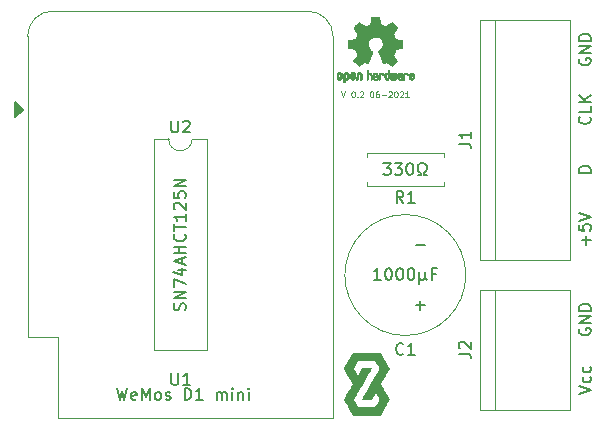
<source format=gbr>
%TF.GenerationSoftware,KiCad,Pcbnew,(5.1.9-0-10_14)*%
%TF.CreationDate,2021-06-15T10:39:12+02:00*%
%TF.ProjectId,WLED_Controller,574c4544-5f43-46f6-9e74-726f6c6c6572,rev?*%
%TF.SameCoordinates,Original*%
%TF.FileFunction,Legend,Top*%
%TF.FilePolarity,Positive*%
%FSLAX46Y46*%
G04 Gerber Fmt 4.6, Leading zero omitted, Abs format (unit mm)*
G04 Created by KiCad (PCBNEW (5.1.9-0-10_14)) date 2021-06-15 10:39:12*
%MOMM*%
%LPD*%
G01*
G04 APERTURE LIST*
%ADD10C,0.075000*%
%ADD11C,0.150000*%
%ADD12C,0.120000*%
%ADD13C,0.010000*%
G04 APERTURE END LIST*
D10*
X116499047Y-67036190D02*
X116665714Y-67536190D01*
X116832380Y-67036190D01*
X117475238Y-67036190D02*
X117522857Y-67036190D01*
X117570476Y-67060000D01*
X117594285Y-67083809D01*
X117618095Y-67131428D01*
X117641904Y-67226666D01*
X117641904Y-67345714D01*
X117618095Y-67440952D01*
X117594285Y-67488571D01*
X117570476Y-67512380D01*
X117522857Y-67536190D01*
X117475238Y-67536190D01*
X117427619Y-67512380D01*
X117403809Y-67488571D01*
X117380000Y-67440952D01*
X117356190Y-67345714D01*
X117356190Y-67226666D01*
X117380000Y-67131428D01*
X117403809Y-67083809D01*
X117427619Y-67060000D01*
X117475238Y-67036190D01*
X117856190Y-67488571D02*
X117880000Y-67512380D01*
X117856190Y-67536190D01*
X117832380Y-67512380D01*
X117856190Y-67488571D01*
X117856190Y-67536190D01*
X118070476Y-67083809D02*
X118094285Y-67060000D01*
X118141904Y-67036190D01*
X118260952Y-67036190D01*
X118308571Y-67060000D01*
X118332380Y-67083809D01*
X118356190Y-67131428D01*
X118356190Y-67179047D01*
X118332380Y-67250476D01*
X118046666Y-67536190D01*
X118356190Y-67536190D01*
X119046666Y-67036190D02*
X119094285Y-67036190D01*
X119141904Y-67060000D01*
X119165714Y-67083809D01*
X119189523Y-67131428D01*
X119213333Y-67226666D01*
X119213333Y-67345714D01*
X119189523Y-67440952D01*
X119165714Y-67488571D01*
X119141904Y-67512380D01*
X119094285Y-67536190D01*
X119046666Y-67536190D01*
X118999047Y-67512380D01*
X118975238Y-67488571D01*
X118951428Y-67440952D01*
X118927619Y-67345714D01*
X118927619Y-67226666D01*
X118951428Y-67131428D01*
X118975238Y-67083809D01*
X118999047Y-67060000D01*
X119046666Y-67036190D01*
X119641904Y-67036190D02*
X119546666Y-67036190D01*
X119499047Y-67060000D01*
X119475238Y-67083809D01*
X119427619Y-67155238D01*
X119403809Y-67250476D01*
X119403809Y-67440952D01*
X119427619Y-67488571D01*
X119451428Y-67512380D01*
X119499047Y-67536190D01*
X119594285Y-67536190D01*
X119641904Y-67512380D01*
X119665714Y-67488571D01*
X119689523Y-67440952D01*
X119689523Y-67321904D01*
X119665714Y-67274285D01*
X119641904Y-67250476D01*
X119594285Y-67226666D01*
X119499047Y-67226666D01*
X119451428Y-67250476D01*
X119427619Y-67274285D01*
X119403809Y-67321904D01*
X119903809Y-67345714D02*
X120284761Y-67345714D01*
X120499047Y-67083809D02*
X120522857Y-67060000D01*
X120570476Y-67036190D01*
X120689523Y-67036190D01*
X120737142Y-67060000D01*
X120760952Y-67083809D01*
X120784761Y-67131428D01*
X120784761Y-67179047D01*
X120760952Y-67250476D01*
X120475238Y-67536190D01*
X120784761Y-67536190D01*
X121094285Y-67036190D02*
X121141904Y-67036190D01*
X121189523Y-67060000D01*
X121213333Y-67083809D01*
X121237142Y-67131428D01*
X121260952Y-67226666D01*
X121260952Y-67345714D01*
X121237142Y-67440952D01*
X121213333Y-67488571D01*
X121189523Y-67512380D01*
X121141904Y-67536190D01*
X121094285Y-67536190D01*
X121046666Y-67512380D01*
X121022857Y-67488571D01*
X120999047Y-67440952D01*
X120975238Y-67345714D01*
X120975238Y-67226666D01*
X120999047Y-67131428D01*
X121022857Y-67083809D01*
X121046666Y-67060000D01*
X121094285Y-67036190D01*
X121451428Y-67083809D02*
X121475238Y-67060000D01*
X121522857Y-67036190D01*
X121641904Y-67036190D01*
X121689523Y-67060000D01*
X121713333Y-67083809D01*
X121737142Y-67131428D01*
X121737142Y-67179047D01*
X121713333Y-67250476D01*
X121427619Y-67536190D01*
X121737142Y-67536190D01*
X122213333Y-67536190D02*
X121927619Y-67536190D01*
X122070476Y-67536190D02*
X122070476Y-67036190D01*
X122022857Y-67107619D01*
X121975238Y-67155238D01*
X121927619Y-67179047D01*
D11*
X122809047Y-80081428D02*
X123570952Y-80081428D01*
X122809047Y-85161428D02*
X123570952Y-85161428D01*
X123190000Y-85542380D02*
X123190000Y-84780476D01*
X136660000Y-64261904D02*
X136612380Y-64357142D01*
X136612380Y-64500000D01*
X136660000Y-64642857D01*
X136755238Y-64738095D01*
X136850476Y-64785714D01*
X137040952Y-64833333D01*
X137183809Y-64833333D01*
X137374285Y-64785714D01*
X137469523Y-64738095D01*
X137564761Y-64642857D01*
X137612380Y-64500000D01*
X137612380Y-64404761D01*
X137564761Y-64261904D01*
X137517142Y-64214285D01*
X137183809Y-64214285D01*
X137183809Y-64404761D01*
X137612380Y-63785714D02*
X136612380Y-63785714D01*
X137612380Y-63214285D01*
X136612380Y-63214285D01*
X137612380Y-62738095D02*
X136612380Y-62738095D01*
X136612380Y-62500000D01*
X136660000Y-62357142D01*
X136755238Y-62261904D01*
X136850476Y-62214285D01*
X137040952Y-62166666D01*
X137183809Y-62166666D01*
X137374285Y-62214285D01*
X137469523Y-62261904D01*
X137564761Y-62357142D01*
X137612380Y-62500000D01*
X137612380Y-62738095D01*
X137517142Y-69175238D02*
X137564761Y-69222857D01*
X137612380Y-69365714D01*
X137612380Y-69460952D01*
X137564761Y-69603809D01*
X137469523Y-69699047D01*
X137374285Y-69746666D01*
X137183809Y-69794285D01*
X137040952Y-69794285D01*
X136850476Y-69746666D01*
X136755238Y-69699047D01*
X136660000Y-69603809D01*
X136612380Y-69460952D01*
X136612380Y-69365714D01*
X136660000Y-69222857D01*
X136707619Y-69175238D01*
X137612380Y-68270476D02*
X137612380Y-68746666D01*
X136612380Y-68746666D01*
X137612380Y-67937142D02*
X136612380Y-67937142D01*
X137612380Y-67365714D02*
X137040952Y-67794285D01*
X136612380Y-67365714D02*
X137183809Y-67937142D01*
X137612380Y-73921904D02*
X136612380Y-73921904D01*
X136612380Y-73683809D01*
X136660000Y-73540952D01*
X136755238Y-73445714D01*
X136850476Y-73398095D01*
X137040952Y-73350476D01*
X137183809Y-73350476D01*
X137374285Y-73398095D01*
X137469523Y-73445714D01*
X137564761Y-73540952D01*
X137612380Y-73683809D01*
X137612380Y-73921904D01*
X137231428Y-80025714D02*
X137231428Y-79263809D01*
X137612380Y-79644761D02*
X136850476Y-79644761D01*
X136612380Y-78311428D02*
X136612380Y-78787619D01*
X137088571Y-78835238D01*
X137040952Y-78787619D01*
X136993333Y-78692380D01*
X136993333Y-78454285D01*
X137040952Y-78359047D01*
X137088571Y-78311428D01*
X137183809Y-78263809D01*
X137421904Y-78263809D01*
X137517142Y-78311428D01*
X137564761Y-78359047D01*
X137612380Y-78454285D01*
X137612380Y-78692380D01*
X137564761Y-78787619D01*
X137517142Y-78835238D01*
X136612380Y-77978095D02*
X137612380Y-77644761D01*
X136612380Y-77311428D01*
X136660000Y-87121904D02*
X136612380Y-87217142D01*
X136612380Y-87360000D01*
X136660000Y-87502857D01*
X136755238Y-87598095D01*
X136850476Y-87645714D01*
X137040952Y-87693333D01*
X137183809Y-87693333D01*
X137374285Y-87645714D01*
X137469523Y-87598095D01*
X137564761Y-87502857D01*
X137612380Y-87360000D01*
X137612380Y-87264761D01*
X137564761Y-87121904D01*
X137517142Y-87074285D01*
X137183809Y-87074285D01*
X137183809Y-87264761D01*
X137612380Y-86645714D02*
X136612380Y-86645714D01*
X137612380Y-86074285D01*
X136612380Y-86074285D01*
X137612380Y-85598095D02*
X136612380Y-85598095D01*
X136612380Y-85360000D01*
X136660000Y-85217142D01*
X136755238Y-85121904D01*
X136850476Y-85074285D01*
X137040952Y-85026666D01*
X137183809Y-85026666D01*
X137374285Y-85074285D01*
X137469523Y-85121904D01*
X137564761Y-85217142D01*
X137612380Y-85360000D01*
X137612380Y-85598095D01*
X136612380Y-92630476D02*
X137612380Y-92297142D01*
X136612380Y-91963809D01*
X137564761Y-91201904D02*
X137612380Y-91297142D01*
X137612380Y-91487619D01*
X137564761Y-91582857D01*
X137517142Y-91630476D01*
X137421904Y-91678095D01*
X137136190Y-91678095D01*
X137040952Y-91630476D01*
X136993333Y-91582857D01*
X136945714Y-91487619D01*
X136945714Y-91297142D01*
X136993333Y-91201904D01*
X137564761Y-90344761D02*
X137612380Y-90440000D01*
X137612380Y-90630476D01*
X137564761Y-90725714D01*
X137517142Y-90773333D01*
X137421904Y-90820952D01*
X137136190Y-90820952D01*
X137040952Y-90773333D01*
X136993333Y-90725714D01*
X136945714Y-90630476D01*
X136945714Y-90440000D01*
X136993333Y-90344761D01*
D12*
%TO.C,U1*%
X92480000Y-94700000D02*
X115800000Y-94700000D01*
X89940000Y-87800000D02*
X89940000Y-62370000D01*
X115800000Y-94700000D02*
X115800000Y-62370000D01*
X113680000Y-60240000D02*
X92070000Y-60240000D01*
D11*
G36*
X88900000Y-67945000D02*
G01*
X88900000Y-69215000D01*
X89535000Y-68580000D01*
X88900000Y-67945000D01*
G37*
X88900000Y-67945000D02*
X88900000Y-69215000D01*
X89535000Y-68580000D01*
X88900000Y-67945000D01*
D12*
X89940000Y-87800000D02*
X92480000Y-87800000D01*
X92480000Y-87800000D02*
X92480000Y-94700000D01*
X113670000Y-60240000D02*
G75*
G02*
X115800000Y-62370000I0J-2130000D01*
G01*
X89940000Y-62370000D02*
G75*
G02*
X92070000Y-60240000I2130000J0D01*
G01*
D13*
%TO.C,G\u002A\u002A\u002A*%
G36*
X120143686Y-89823233D02*
G01*
X120226825Y-89967313D01*
X120296737Y-90089021D01*
X120354469Y-90190331D01*
X120401065Y-90273219D01*
X120437570Y-90339660D01*
X120465029Y-90391630D01*
X120484487Y-90431105D01*
X120496990Y-90460059D01*
X120503581Y-90480469D01*
X120505307Y-90494309D01*
X120503383Y-90503189D01*
X120494504Y-90519531D01*
X120473158Y-90557449D01*
X120440987Y-90614082D01*
X120399639Y-90686567D01*
X120350758Y-90772041D01*
X120295990Y-90867643D01*
X120236980Y-90970509D01*
X120175373Y-91077778D01*
X120112816Y-91186587D01*
X120050953Y-91294072D01*
X119991430Y-91397373D01*
X119935892Y-91493626D01*
X119885984Y-91579970D01*
X119843353Y-91653541D01*
X119809643Y-91711477D01*
X119786499Y-91750915D01*
X119778027Y-91765071D01*
X119778724Y-91776727D01*
X119788021Y-91801678D01*
X119806675Y-91841331D01*
X119835446Y-91897095D01*
X119875092Y-91970379D01*
X119926371Y-92062591D01*
X119990043Y-92175140D01*
X120066867Y-92309435D01*
X120134289Y-92426517D01*
X120205327Y-92549723D01*
X120272144Y-92665833D01*
X120333398Y-92772499D01*
X120387747Y-92867374D01*
X120433848Y-92948109D01*
X120470360Y-93012358D01*
X120495941Y-93057771D01*
X120509248Y-93082001D01*
X120510811Y-93085177D01*
X120505307Y-93100605D01*
X120486864Y-93138107D01*
X120456751Y-93195375D01*
X120416239Y-93270100D01*
X120366599Y-93359973D01*
X120309100Y-93462685D01*
X120245013Y-93575926D01*
X120175608Y-93697387D01*
X120139279Y-93760531D01*
X119760590Y-94417234D01*
X117486188Y-94417688D01*
X117106444Y-93758863D01*
X117034749Y-93634259D01*
X116967561Y-93517065D01*
X116906160Y-93409543D01*
X116851826Y-93313956D01*
X116805840Y-93232565D01*
X116769481Y-93167633D01*
X116744031Y-93121421D01*
X116730768Y-93096192D01*
X116729114Y-93092113D01*
X116736439Y-93078706D01*
X116756556Y-93043204D01*
X116788126Y-92987939D01*
X116829809Y-92915243D01*
X116880266Y-92827449D01*
X116938157Y-92726891D01*
X117002142Y-92615901D01*
X117070881Y-92496811D01*
X117090239Y-92463299D01*
X117160546Y-92341561D01*
X117226884Y-92226606D01*
X117287852Y-92120870D01*
X117342046Y-92026791D01*
X117388063Y-91946808D01*
X117424500Y-91883356D01*
X117449954Y-91838875D01*
X117463021Y-91815800D01*
X117464160Y-91813714D01*
X117465988Y-91804651D01*
X117463473Y-91789982D01*
X117455593Y-91767783D01*
X117441325Y-91736129D01*
X117419646Y-91693094D01*
X117389535Y-91636754D01*
X117349968Y-91565183D01*
X117299923Y-91476457D01*
X117238377Y-91368651D01*
X117164308Y-91239839D01*
X117101746Y-91131441D01*
X116728585Y-90485587D01*
X117498215Y-90485587D01*
X117506415Y-90503452D01*
X117526265Y-90540822D01*
X117555476Y-90593734D01*
X117591757Y-90658224D01*
X117632818Y-90730328D01*
X117676369Y-90806081D01*
X117720120Y-90881521D01*
X117761780Y-90952683D01*
X117799061Y-91015603D01*
X117829671Y-91066317D01*
X117851320Y-91100862D01*
X117861719Y-91115273D01*
X117862118Y-91115462D01*
X117870899Y-91103680D01*
X117891751Y-91070599D01*
X117922750Y-91019429D01*
X117961972Y-90953379D01*
X118007494Y-90875658D01*
X118054536Y-90794434D01*
X118239370Y-90473632D01*
X118623482Y-90469876D01*
X118743990Y-90469005D01*
X118838409Y-90469067D01*
X118908858Y-90470131D01*
X118957457Y-90472271D01*
X118986326Y-90475556D01*
X118997583Y-90480060D01*
X118997484Y-90482478D01*
X118989186Y-90496690D01*
X118967713Y-90533727D01*
X118933998Y-90591968D01*
X118888977Y-90669798D01*
X118833586Y-90765599D01*
X118768758Y-90877751D01*
X118695429Y-91004639D01*
X118614534Y-91144643D01*
X118527008Y-91296147D01*
X118433786Y-91457532D01*
X118335803Y-91627182D01*
X118240904Y-91791512D01*
X118136100Y-91973315D01*
X118036294Y-92147061D01*
X117942342Y-92311231D01*
X117855097Y-92464308D01*
X117775411Y-92604775D01*
X117704141Y-92731114D01*
X117642138Y-92841809D01*
X117590257Y-92935342D01*
X117549352Y-93010195D01*
X117520277Y-93064852D01*
X117503885Y-93097794D01*
X117500441Y-93107396D01*
X117508912Y-93125570D01*
X117529608Y-93164578D01*
X117560555Y-93220865D01*
X117599782Y-93290873D01*
X117645316Y-93371047D01*
X117686353Y-93442535D01*
X117866258Y-93754466D01*
X119380000Y-93754466D01*
X119566767Y-93430389D01*
X119616525Y-93343715D01*
X119661290Y-93265093D01*
X119699219Y-93197818D01*
X119728465Y-93145182D01*
X119747182Y-93110478D01*
X119753534Y-93097071D01*
X119746766Y-93082373D01*
X119728016Y-93047401D01*
X119699615Y-92996206D01*
X119663895Y-92932838D01*
X119623187Y-92861345D01*
X119579824Y-92785778D01*
X119536136Y-92710187D01*
X119494456Y-92638622D01*
X119457114Y-92575131D01*
X119426443Y-92523766D01*
X119404774Y-92488575D01*
X119394801Y-92473975D01*
X119386498Y-92474025D01*
X119372034Y-92487895D01*
X119350091Y-92517574D01*
X119319349Y-92565054D01*
X119278491Y-92632324D01*
X119226196Y-92721375D01*
X119193808Y-92777364D01*
X119008848Y-93098299D01*
X118624717Y-93102056D01*
X118240587Y-93105814D01*
X118267718Y-93059723D01*
X118315093Y-92978924D01*
X118371670Y-92881890D01*
X118436352Y-92770535D01*
X118508041Y-92646776D01*
X118585640Y-92512528D01*
X118668050Y-92369706D01*
X118754175Y-92220226D01*
X118842916Y-92066003D01*
X118933176Y-91908954D01*
X119023857Y-91750993D01*
X119113862Y-91594037D01*
X119202092Y-91440000D01*
X119287450Y-91290799D01*
X119368839Y-91148348D01*
X119445160Y-91014564D01*
X119515316Y-90891362D01*
X119578210Y-90780657D01*
X119632743Y-90684366D01*
X119677818Y-90604403D01*
X119712338Y-90542684D01*
X119735204Y-90501124D01*
X119745319Y-90481640D01*
X119745727Y-90480470D01*
X119739155Y-90462881D01*
X119720256Y-90424368D01*
X119690888Y-90368407D01*
X119652906Y-90298472D01*
X119608168Y-90218039D01*
X119563034Y-90138454D01*
X119379590Y-89817822D01*
X118623816Y-89817644D01*
X117868043Y-89817466D01*
X117680830Y-90141840D01*
X117631060Y-90229068D01*
X117586613Y-90308880D01*
X117549300Y-90377866D01*
X117520932Y-90432618D01*
X117503321Y-90469726D01*
X117498215Y-90485587D01*
X116728585Y-90485587D01*
X116724122Y-90477864D01*
X117476212Y-89175410D01*
X119769349Y-89175410D01*
X120143686Y-89823233D01*
G37*
X120143686Y-89823233D02*
X120226825Y-89967313D01*
X120296737Y-90089021D01*
X120354469Y-90190331D01*
X120401065Y-90273219D01*
X120437570Y-90339660D01*
X120465029Y-90391630D01*
X120484487Y-90431105D01*
X120496990Y-90460059D01*
X120503581Y-90480469D01*
X120505307Y-90494309D01*
X120503383Y-90503189D01*
X120494504Y-90519531D01*
X120473158Y-90557449D01*
X120440987Y-90614082D01*
X120399639Y-90686567D01*
X120350758Y-90772041D01*
X120295990Y-90867643D01*
X120236980Y-90970509D01*
X120175373Y-91077778D01*
X120112816Y-91186587D01*
X120050953Y-91294072D01*
X119991430Y-91397373D01*
X119935892Y-91493626D01*
X119885984Y-91579970D01*
X119843353Y-91653541D01*
X119809643Y-91711477D01*
X119786499Y-91750915D01*
X119778027Y-91765071D01*
X119778724Y-91776727D01*
X119788021Y-91801678D01*
X119806675Y-91841331D01*
X119835446Y-91897095D01*
X119875092Y-91970379D01*
X119926371Y-92062591D01*
X119990043Y-92175140D01*
X120066867Y-92309435D01*
X120134289Y-92426517D01*
X120205327Y-92549723D01*
X120272144Y-92665833D01*
X120333398Y-92772499D01*
X120387747Y-92867374D01*
X120433848Y-92948109D01*
X120470360Y-93012358D01*
X120495941Y-93057771D01*
X120509248Y-93082001D01*
X120510811Y-93085177D01*
X120505307Y-93100605D01*
X120486864Y-93138107D01*
X120456751Y-93195375D01*
X120416239Y-93270100D01*
X120366599Y-93359973D01*
X120309100Y-93462685D01*
X120245013Y-93575926D01*
X120175608Y-93697387D01*
X120139279Y-93760531D01*
X119760590Y-94417234D01*
X117486188Y-94417688D01*
X117106444Y-93758863D01*
X117034749Y-93634259D01*
X116967561Y-93517065D01*
X116906160Y-93409543D01*
X116851826Y-93313956D01*
X116805840Y-93232565D01*
X116769481Y-93167633D01*
X116744031Y-93121421D01*
X116730768Y-93096192D01*
X116729114Y-93092113D01*
X116736439Y-93078706D01*
X116756556Y-93043204D01*
X116788126Y-92987939D01*
X116829809Y-92915243D01*
X116880266Y-92827449D01*
X116938157Y-92726891D01*
X117002142Y-92615901D01*
X117070881Y-92496811D01*
X117090239Y-92463299D01*
X117160546Y-92341561D01*
X117226884Y-92226606D01*
X117287852Y-92120870D01*
X117342046Y-92026791D01*
X117388063Y-91946808D01*
X117424500Y-91883356D01*
X117449954Y-91838875D01*
X117463021Y-91815800D01*
X117464160Y-91813714D01*
X117465988Y-91804651D01*
X117463473Y-91789982D01*
X117455593Y-91767783D01*
X117441325Y-91736129D01*
X117419646Y-91693094D01*
X117389535Y-91636754D01*
X117349968Y-91565183D01*
X117299923Y-91476457D01*
X117238377Y-91368651D01*
X117164308Y-91239839D01*
X117101746Y-91131441D01*
X116728585Y-90485587D01*
X117498215Y-90485587D01*
X117506415Y-90503452D01*
X117526265Y-90540822D01*
X117555476Y-90593734D01*
X117591757Y-90658224D01*
X117632818Y-90730328D01*
X117676369Y-90806081D01*
X117720120Y-90881521D01*
X117761780Y-90952683D01*
X117799061Y-91015603D01*
X117829671Y-91066317D01*
X117851320Y-91100862D01*
X117861719Y-91115273D01*
X117862118Y-91115462D01*
X117870899Y-91103680D01*
X117891751Y-91070599D01*
X117922750Y-91019429D01*
X117961972Y-90953379D01*
X118007494Y-90875658D01*
X118054536Y-90794434D01*
X118239370Y-90473632D01*
X118623482Y-90469876D01*
X118743990Y-90469005D01*
X118838409Y-90469067D01*
X118908858Y-90470131D01*
X118957457Y-90472271D01*
X118986326Y-90475556D01*
X118997583Y-90480060D01*
X118997484Y-90482478D01*
X118989186Y-90496690D01*
X118967713Y-90533727D01*
X118933998Y-90591968D01*
X118888977Y-90669798D01*
X118833586Y-90765599D01*
X118768758Y-90877751D01*
X118695429Y-91004639D01*
X118614534Y-91144643D01*
X118527008Y-91296147D01*
X118433786Y-91457532D01*
X118335803Y-91627182D01*
X118240904Y-91791512D01*
X118136100Y-91973315D01*
X118036294Y-92147061D01*
X117942342Y-92311231D01*
X117855097Y-92464308D01*
X117775411Y-92604775D01*
X117704141Y-92731114D01*
X117642138Y-92841809D01*
X117590257Y-92935342D01*
X117549352Y-93010195D01*
X117520277Y-93064852D01*
X117503885Y-93097794D01*
X117500441Y-93107396D01*
X117508912Y-93125570D01*
X117529608Y-93164578D01*
X117560555Y-93220865D01*
X117599782Y-93290873D01*
X117645316Y-93371047D01*
X117686353Y-93442535D01*
X117866258Y-93754466D01*
X119380000Y-93754466D01*
X119566767Y-93430389D01*
X119616525Y-93343715D01*
X119661290Y-93265093D01*
X119699219Y-93197818D01*
X119728465Y-93145182D01*
X119747182Y-93110478D01*
X119753534Y-93097071D01*
X119746766Y-93082373D01*
X119728016Y-93047401D01*
X119699615Y-92996206D01*
X119663895Y-92932838D01*
X119623187Y-92861345D01*
X119579824Y-92785778D01*
X119536136Y-92710187D01*
X119494456Y-92638622D01*
X119457114Y-92575131D01*
X119426443Y-92523766D01*
X119404774Y-92488575D01*
X119394801Y-92473975D01*
X119386498Y-92474025D01*
X119372034Y-92487895D01*
X119350091Y-92517574D01*
X119319349Y-92565054D01*
X119278491Y-92632324D01*
X119226196Y-92721375D01*
X119193808Y-92777364D01*
X119008848Y-93098299D01*
X118624717Y-93102056D01*
X118240587Y-93105814D01*
X118267718Y-93059723D01*
X118315093Y-92978924D01*
X118371670Y-92881890D01*
X118436352Y-92770535D01*
X118508041Y-92646776D01*
X118585640Y-92512528D01*
X118668050Y-92369706D01*
X118754175Y-92220226D01*
X118842916Y-92066003D01*
X118933176Y-91908954D01*
X119023857Y-91750993D01*
X119113862Y-91594037D01*
X119202092Y-91440000D01*
X119287450Y-91290799D01*
X119368839Y-91148348D01*
X119445160Y-91014564D01*
X119515316Y-90891362D01*
X119578210Y-90780657D01*
X119632743Y-90684366D01*
X119677818Y-90604403D01*
X119712338Y-90542684D01*
X119735204Y-90501124D01*
X119745319Y-90481640D01*
X119745727Y-90480470D01*
X119739155Y-90462881D01*
X119720256Y-90424368D01*
X119690888Y-90368407D01*
X119652906Y-90298472D01*
X119608168Y-90218039D01*
X119563034Y-90138454D01*
X119379590Y-89817822D01*
X118623816Y-89817644D01*
X117868043Y-89817466D01*
X117680830Y-90141840D01*
X117631060Y-90229068D01*
X117586613Y-90308880D01*
X117549300Y-90377866D01*
X117520932Y-90432618D01*
X117503321Y-90469726D01*
X117498215Y-90485587D01*
X116728585Y-90485587D01*
X116724122Y-90477864D01*
X117476212Y-89175410D01*
X119769349Y-89175410D01*
X120143686Y-89823233D01*
%TO.C,REF\u002A\u002A*%
G36*
X119483910Y-60742348D02*
G01*
X119562454Y-60742778D01*
X119619298Y-60743942D01*
X119658105Y-60746207D01*
X119682538Y-60749940D01*
X119696262Y-60755506D01*
X119702940Y-60763273D01*
X119706236Y-60773605D01*
X119706556Y-60774943D01*
X119711562Y-60799079D01*
X119720829Y-60846701D01*
X119733392Y-60912741D01*
X119748287Y-60992128D01*
X119764551Y-61079796D01*
X119765119Y-61082875D01*
X119781410Y-61168789D01*
X119796652Y-61244696D01*
X119809861Y-61306045D01*
X119820054Y-61348282D01*
X119826248Y-61366855D01*
X119826543Y-61367184D01*
X119844788Y-61376253D01*
X119882405Y-61391367D01*
X119931271Y-61409262D01*
X119931543Y-61409358D01*
X119993093Y-61432493D01*
X120065657Y-61461965D01*
X120134057Y-61491597D01*
X120137294Y-61493062D01*
X120248702Y-61543626D01*
X120495399Y-61375160D01*
X120571077Y-61323803D01*
X120639631Y-61277889D01*
X120697088Y-61240030D01*
X120739476Y-61212837D01*
X120762825Y-61198921D01*
X120765042Y-61197889D01*
X120782010Y-61202484D01*
X120813701Y-61224655D01*
X120861352Y-61265447D01*
X120926198Y-61325905D01*
X120992397Y-61390227D01*
X121056214Y-61453612D01*
X121113329Y-61511451D01*
X121160305Y-61560175D01*
X121193703Y-61596210D01*
X121210085Y-61615984D01*
X121210694Y-61617002D01*
X121212505Y-61630572D01*
X121205683Y-61652733D01*
X121188540Y-61686478D01*
X121159393Y-61734800D01*
X121116555Y-61800692D01*
X121059448Y-61885517D01*
X121008766Y-61960177D01*
X120963461Y-62027140D01*
X120926150Y-62082516D01*
X120899452Y-62122420D01*
X120885985Y-62142962D01*
X120885137Y-62144356D01*
X120886781Y-62164038D01*
X120899245Y-62202293D01*
X120920048Y-62251889D01*
X120927462Y-62267728D01*
X120959814Y-62338290D01*
X120994328Y-62418353D01*
X121022365Y-62487629D01*
X121042568Y-62539045D01*
X121058615Y-62578119D01*
X121067888Y-62598541D01*
X121069041Y-62600114D01*
X121086096Y-62602721D01*
X121126298Y-62609863D01*
X121184302Y-62620523D01*
X121254763Y-62633685D01*
X121332335Y-62648333D01*
X121411672Y-62663449D01*
X121487431Y-62678018D01*
X121554264Y-62691022D01*
X121606828Y-62701445D01*
X121639776Y-62708270D01*
X121647857Y-62710199D01*
X121656205Y-62714962D01*
X121662506Y-62725718D01*
X121667045Y-62746098D01*
X121670104Y-62779734D01*
X121671967Y-62830255D01*
X121672918Y-62901292D01*
X121673240Y-62996476D01*
X121673257Y-63035492D01*
X121673257Y-63352799D01*
X121597057Y-63367839D01*
X121554663Y-63375995D01*
X121491400Y-63387899D01*
X121414962Y-63402116D01*
X121333043Y-63417210D01*
X121310400Y-63421355D01*
X121234806Y-63436053D01*
X121168953Y-63450505D01*
X121118366Y-63463375D01*
X121088574Y-63473322D01*
X121083612Y-63476287D01*
X121071426Y-63497283D01*
X121053953Y-63537967D01*
X121034577Y-63590322D01*
X121030734Y-63601600D01*
X121005339Y-63671523D01*
X120973817Y-63750418D01*
X120942969Y-63821266D01*
X120942817Y-63821595D01*
X120891447Y-63932733D01*
X121060399Y-64181253D01*
X121229352Y-64429772D01*
X121012429Y-64647058D01*
X120946819Y-64711726D01*
X120886979Y-64768733D01*
X120836267Y-64815033D01*
X120798046Y-64847584D01*
X120775675Y-64863343D01*
X120772466Y-64864343D01*
X120753626Y-64856469D01*
X120715180Y-64834578D01*
X120661330Y-64801267D01*
X120596276Y-64759131D01*
X120525940Y-64711943D01*
X120454555Y-64663810D01*
X120390908Y-64621928D01*
X120339041Y-64588871D01*
X120302995Y-64567218D01*
X120286867Y-64559543D01*
X120267189Y-64566037D01*
X120229875Y-64583150D01*
X120182621Y-64607326D01*
X120177612Y-64610013D01*
X120113977Y-64641927D01*
X120070341Y-64657579D01*
X120043202Y-64657745D01*
X120029057Y-64643204D01*
X120028975Y-64643000D01*
X120021905Y-64625779D01*
X120005042Y-64584899D01*
X119979695Y-64523525D01*
X119947171Y-64444819D01*
X119908778Y-64351947D01*
X119865822Y-64248072D01*
X119824222Y-64147502D01*
X119778504Y-64036516D01*
X119736526Y-63933703D01*
X119699548Y-63842215D01*
X119668827Y-63765201D01*
X119645622Y-63705815D01*
X119631190Y-63667209D01*
X119626743Y-63652800D01*
X119637896Y-63636272D01*
X119667069Y-63609930D01*
X119705971Y-63580887D01*
X119816757Y-63489039D01*
X119903351Y-63383759D01*
X119964716Y-63267266D01*
X119999815Y-63141776D01*
X120007608Y-63009507D01*
X120001943Y-62948457D01*
X119971078Y-62821795D01*
X119917920Y-62709941D01*
X119845767Y-62614001D01*
X119757917Y-62535076D01*
X119657665Y-62474270D01*
X119548310Y-62432687D01*
X119433147Y-62411428D01*
X119315475Y-62411599D01*
X119198590Y-62434301D01*
X119085789Y-62480638D01*
X118980369Y-62551713D01*
X118936368Y-62591911D01*
X118851979Y-62695129D01*
X118793222Y-62807925D01*
X118759704Y-62927010D01*
X118751035Y-63049095D01*
X118766823Y-63170893D01*
X118806678Y-63289116D01*
X118870207Y-63400475D01*
X118957021Y-63501684D01*
X119054029Y-63580887D01*
X119094437Y-63611162D01*
X119122982Y-63637219D01*
X119133257Y-63652825D01*
X119127877Y-63669843D01*
X119112575Y-63710500D01*
X119088612Y-63771642D01*
X119057244Y-63850119D01*
X119019732Y-63942780D01*
X118977333Y-64046472D01*
X118935663Y-64147526D01*
X118889690Y-64258607D01*
X118847107Y-64361541D01*
X118809221Y-64453165D01*
X118777340Y-64530316D01*
X118752771Y-64589831D01*
X118736820Y-64628544D01*
X118730910Y-64643000D01*
X118716948Y-64657685D01*
X118689940Y-64657642D01*
X118646413Y-64642099D01*
X118582890Y-64610284D01*
X118582388Y-64610013D01*
X118534560Y-64585323D01*
X118495897Y-64567338D01*
X118474095Y-64559614D01*
X118473133Y-64559543D01*
X118456721Y-64567378D01*
X118420487Y-64589165D01*
X118368474Y-64622328D01*
X118304725Y-64664291D01*
X118234060Y-64711943D01*
X118162116Y-64760191D01*
X118097274Y-64802151D01*
X118043735Y-64835227D01*
X118005697Y-64856821D01*
X117987533Y-64864343D01*
X117970808Y-64854457D01*
X117937180Y-64826826D01*
X117890010Y-64784495D01*
X117832658Y-64730505D01*
X117768484Y-64667899D01*
X117747497Y-64646983D01*
X117530499Y-64429623D01*
X117695668Y-64187220D01*
X117745864Y-64112781D01*
X117789919Y-64045972D01*
X117825362Y-63990665D01*
X117849719Y-63950729D01*
X117860522Y-63930036D01*
X117860838Y-63928563D01*
X117855143Y-63909058D01*
X117839826Y-63869822D01*
X117817537Y-63817430D01*
X117801893Y-63782355D01*
X117772641Y-63715201D01*
X117745094Y-63647358D01*
X117723737Y-63590034D01*
X117717935Y-63572572D01*
X117701452Y-63525938D01*
X117685340Y-63489905D01*
X117676490Y-63476287D01*
X117656960Y-63467952D01*
X117614334Y-63456137D01*
X117554145Y-63442181D01*
X117481922Y-63427422D01*
X117449600Y-63421355D01*
X117367522Y-63406273D01*
X117288795Y-63391669D01*
X117221109Y-63378980D01*
X117172160Y-63369642D01*
X117162943Y-63367839D01*
X117086743Y-63352799D01*
X117086743Y-63035492D01*
X117086914Y-62931154D01*
X117087616Y-62852213D01*
X117089134Y-62795038D01*
X117091749Y-62755999D01*
X117095746Y-62731465D01*
X117101409Y-62717805D01*
X117109020Y-62711389D01*
X117112143Y-62710199D01*
X117130978Y-62705980D01*
X117172588Y-62697562D01*
X117231630Y-62685961D01*
X117302757Y-62672195D01*
X117380625Y-62657280D01*
X117459887Y-62642232D01*
X117535198Y-62628069D01*
X117601213Y-62615806D01*
X117652587Y-62606461D01*
X117683975Y-62601050D01*
X117690959Y-62600114D01*
X117697285Y-62587596D01*
X117711290Y-62554246D01*
X117730355Y-62506377D01*
X117737634Y-62487629D01*
X117766996Y-62415195D01*
X117801571Y-62335170D01*
X117832537Y-62267728D01*
X117855323Y-62216159D01*
X117870482Y-62173785D01*
X117875542Y-62147834D01*
X117874736Y-62144356D01*
X117864041Y-62127936D01*
X117839620Y-62091417D01*
X117804095Y-62038687D01*
X117760087Y-61973635D01*
X117710217Y-61900151D01*
X117700356Y-61885645D01*
X117642492Y-61799704D01*
X117599956Y-61734261D01*
X117571054Y-61686304D01*
X117554090Y-61652820D01*
X117547367Y-61630795D01*
X117549190Y-61617217D01*
X117549236Y-61617131D01*
X117563586Y-61599297D01*
X117595323Y-61564817D01*
X117641010Y-61517268D01*
X117697204Y-61460222D01*
X117760468Y-61397255D01*
X117767602Y-61390227D01*
X117847330Y-61313020D01*
X117908857Y-61256330D01*
X117953421Y-61219110D01*
X117982257Y-61200315D01*
X117994958Y-61197889D01*
X118013494Y-61208471D01*
X118051961Y-61232916D01*
X118106386Y-61268612D01*
X118172798Y-61312947D01*
X118247225Y-61363311D01*
X118264601Y-61375160D01*
X118511297Y-61543626D01*
X118622706Y-61493062D01*
X118690457Y-61463595D01*
X118763183Y-61433959D01*
X118825703Y-61410330D01*
X118828457Y-61409358D01*
X118877360Y-61391457D01*
X118915057Y-61376320D01*
X118933425Y-61367210D01*
X118933456Y-61367184D01*
X118939285Y-61350717D01*
X118949192Y-61310219D01*
X118962195Y-61250242D01*
X118977309Y-61175340D01*
X118993552Y-61090064D01*
X118994881Y-61082875D01*
X119011175Y-60995014D01*
X119026133Y-60915260D01*
X119038791Y-60848681D01*
X119048186Y-60800347D01*
X119053354Y-60775325D01*
X119053444Y-60774943D01*
X119056589Y-60764299D01*
X119062704Y-60756262D01*
X119075453Y-60750467D01*
X119098500Y-60746547D01*
X119135509Y-60744135D01*
X119190144Y-60742865D01*
X119266067Y-60742371D01*
X119366944Y-60742286D01*
X119380000Y-60742286D01*
X119483910Y-60742348D01*
G37*
X119483910Y-60742348D02*
X119562454Y-60742778D01*
X119619298Y-60743942D01*
X119658105Y-60746207D01*
X119682538Y-60749940D01*
X119696262Y-60755506D01*
X119702940Y-60763273D01*
X119706236Y-60773605D01*
X119706556Y-60774943D01*
X119711562Y-60799079D01*
X119720829Y-60846701D01*
X119733392Y-60912741D01*
X119748287Y-60992128D01*
X119764551Y-61079796D01*
X119765119Y-61082875D01*
X119781410Y-61168789D01*
X119796652Y-61244696D01*
X119809861Y-61306045D01*
X119820054Y-61348282D01*
X119826248Y-61366855D01*
X119826543Y-61367184D01*
X119844788Y-61376253D01*
X119882405Y-61391367D01*
X119931271Y-61409262D01*
X119931543Y-61409358D01*
X119993093Y-61432493D01*
X120065657Y-61461965D01*
X120134057Y-61491597D01*
X120137294Y-61493062D01*
X120248702Y-61543626D01*
X120495399Y-61375160D01*
X120571077Y-61323803D01*
X120639631Y-61277889D01*
X120697088Y-61240030D01*
X120739476Y-61212837D01*
X120762825Y-61198921D01*
X120765042Y-61197889D01*
X120782010Y-61202484D01*
X120813701Y-61224655D01*
X120861352Y-61265447D01*
X120926198Y-61325905D01*
X120992397Y-61390227D01*
X121056214Y-61453612D01*
X121113329Y-61511451D01*
X121160305Y-61560175D01*
X121193703Y-61596210D01*
X121210085Y-61615984D01*
X121210694Y-61617002D01*
X121212505Y-61630572D01*
X121205683Y-61652733D01*
X121188540Y-61686478D01*
X121159393Y-61734800D01*
X121116555Y-61800692D01*
X121059448Y-61885517D01*
X121008766Y-61960177D01*
X120963461Y-62027140D01*
X120926150Y-62082516D01*
X120899452Y-62122420D01*
X120885985Y-62142962D01*
X120885137Y-62144356D01*
X120886781Y-62164038D01*
X120899245Y-62202293D01*
X120920048Y-62251889D01*
X120927462Y-62267728D01*
X120959814Y-62338290D01*
X120994328Y-62418353D01*
X121022365Y-62487629D01*
X121042568Y-62539045D01*
X121058615Y-62578119D01*
X121067888Y-62598541D01*
X121069041Y-62600114D01*
X121086096Y-62602721D01*
X121126298Y-62609863D01*
X121184302Y-62620523D01*
X121254763Y-62633685D01*
X121332335Y-62648333D01*
X121411672Y-62663449D01*
X121487431Y-62678018D01*
X121554264Y-62691022D01*
X121606828Y-62701445D01*
X121639776Y-62708270D01*
X121647857Y-62710199D01*
X121656205Y-62714962D01*
X121662506Y-62725718D01*
X121667045Y-62746098D01*
X121670104Y-62779734D01*
X121671967Y-62830255D01*
X121672918Y-62901292D01*
X121673240Y-62996476D01*
X121673257Y-63035492D01*
X121673257Y-63352799D01*
X121597057Y-63367839D01*
X121554663Y-63375995D01*
X121491400Y-63387899D01*
X121414962Y-63402116D01*
X121333043Y-63417210D01*
X121310400Y-63421355D01*
X121234806Y-63436053D01*
X121168953Y-63450505D01*
X121118366Y-63463375D01*
X121088574Y-63473322D01*
X121083612Y-63476287D01*
X121071426Y-63497283D01*
X121053953Y-63537967D01*
X121034577Y-63590322D01*
X121030734Y-63601600D01*
X121005339Y-63671523D01*
X120973817Y-63750418D01*
X120942969Y-63821266D01*
X120942817Y-63821595D01*
X120891447Y-63932733D01*
X121060399Y-64181253D01*
X121229352Y-64429772D01*
X121012429Y-64647058D01*
X120946819Y-64711726D01*
X120886979Y-64768733D01*
X120836267Y-64815033D01*
X120798046Y-64847584D01*
X120775675Y-64863343D01*
X120772466Y-64864343D01*
X120753626Y-64856469D01*
X120715180Y-64834578D01*
X120661330Y-64801267D01*
X120596276Y-64759131D01*
X120525940Y-64711943D01*
X120454555Y-64663810D01*
X120390908Y-64621928D01*
X120339041Y-64588871D01*
X120302995Y-64567218D01*
X120286867Y-64559543D01*
X120267189Y-64566037D01*
X120229875Y-64583150D01*
X120182621Y-64607326D01*
X120177612Y-64610013D01*
X120113977Y-64641927D01*
X120070341Y-64657579D01*
X120043202Y-64657745D01*
X120029057Y-64643204D01*
X120028975Y-64643000D01*
X120021905Y-64625779D01*
X120005042Y-64584899D01*
X119979695Y-64523525D01*
X119947171Y-64444819D01*
X119908778Y-64351947D01*
X119865822Y-64248072D01*
X119824222Y-64147502D01*
X119778504Y-64036516D01*
X119736526Y-63933703D01*
X119699548Y-63842215D01*
X119668827Y-63765201D01*
X119645622Y-63705815D01*
X119631190Y-63667209D01*
X119626743Y-63652800D01*
X119637896Y-63636272D01*
X119667069Y-63609930D01*
X119705971Y-63580887D01*
X119816757Y-63489039D01*
X119903351Y-63383759D01*
X119964716Y-63267266D01*
X119999815Y-63141776D01*
X120007608Y-63009507D01*
X120001943Y-62948457D01*
X119971078Y-62821795D01*
X119917920Y-62709941D01*
X119845767Y-62614001D01*
X119757917Y-62535076D01*
X119657665Y-62474270D01*
X119548310Y-62432687D01*
X119433147Y-62411428D01*
X119315475Y-62411599D01*
X119198590Y-62434301D01*
X119085789Y-62480638D01*
X118980369Y-62551713D01*
X118936368Y-62591911D01*
X118851979Y-62695129D01*
X118793222Y-62807925D01*
X118759704Y-62927010D01*
X118751035Y-63049095D01*
X118766823Y-63170893D01*
X118806678Y-63289116D01*
X118870207Y-63400475D01*
X118957021Y-63501684D01*
X119054029Y-63580887D01*
X119094437Y-63611162D01*
X119122982Y-63637219D01*
X119133257Y-63652825D01*
X119127877Y-63669843D01*
X119112575Y-63710500D01*
X119088612Y-63771642D01*
X119057244Y-63850119D01*
X119019732Y-63942780D01*
X118977333Y-64046472D01*
X118935663Y-64147526D01*
X118889690Y-64258607D01*
X118847107Y-64361541D01*
X118809221Y-64453165D01*
X118777340Y-64530316D01*
X118752771Y-64589831D01*
X118736820Y-64628544D01*
X118730910Y-64643000D01*
X118716948Y-64657685D01*
X118689940Y-64657642D01*
X118646413Y-64642099D01*
X118582890Y-64610284D01*
X118582388Y-64610013D01*
X118534560Y-64585323D01*
X118495897Y-64567338D01*
X118474095Y-64559614D01*
X118473133Y-64559543D01*
X118456721Y-64567378D01*
X118420487Y-64589165D01*
X118368474Y-64622328D01*
X118304725Y-64664291D01*
X118234060Y-64711943D01*
X118162116Y-64760191D01*
X118097274Y-64802151D01*
X118043735Y-64835227D01*
X118005697Y-64856821D01*
X117987533Y-64864343D01*
X117970808Y-64854457D01*
X117937180Y-64826826D01*
X117890010Y-64784495D01*
X117832658Y-64730505D01*
X117768484Y-64667899D01*
X117747497Y-64646983D01*
X117530499Y-64429623D01*
X117695668Y-64187220D01*
X117745864Y-64112781D01*
X117789919Y-64045972D01*
X117825362Y-63990665D01*
X117849719Y-63950729D01*
X117860522Y-63930036D01*
X117860838Y-63928563D01*
X117855143Y-63909058D01*
X117839826Y-63869822D01*
X117817537Y-63817430D01*
X117801893Y-63782355D01*
X117772641Y-63715201D01*
X117745094Y-63647358D01*
X117723737Y-63590034D01*
X117717935Y-63572572D01*
X117701452Y-63525938D01*
X117685340Y-63489905D01*
X117676490Y-63476287D01*
X117656960Y-63467952D01*
X117614334Y-63456137D01*
X117554145Y-63442181D01*
X117481922Y-63427422D01*
X117449600Y-63421355D01*
X117367522Y-63406273D01*
X117288795Y-63391669D01*
X117221109Y-63378980D01*
X117172160Y-63369642D01*
X117162943Y-63367839D01*
X117086743Y-63352799D01*
X117086743Y-63035492D01*
X117086914Y-62931154D01*
X117087616Y-62852213D01*
X117089134Y-62795038D01*
X117091749Y-62755999D01*
X117095746Y-62731465D01*
X117101409Y-62717805D01*
X117109020Y-62711389D01*
X117112143Y-62710199D01*
X117130978Y-62705980D01*
X117172588Y-62697562D01*
X117231630Y-62685961D01*
X117302757Y-62672195D01*
X117380625Y-62657280D01*
X117459887Y-62642232D01*
X117535198Y-62628069D01*
X117601213Y-62615806D01*
X117652587Y-62606461D01*
X117683975Y-62601050D01*
X117690959Y-62600114D01*
X117697285Y-62587596D01*
X117711290Y-62554246D01*
X117730355Y-62506377D01*
X117737634Y-62487629D01*
X117766996Y-62415195D01*
X117801571Y-62335170D01*
X117832537Y-62267728D01*
X117855323Y-62216159D01*
X117870482Y-62173785D01*
X117875542Y-62147834D01*
X117874736Y-62144356D01*
X117864041Y-62127936D01*
X117839620Y-62091417D01*
X117804095Y-62038687D01*
X117760087Y-61973635D01*
X117710217Y-61900151D01*
X117700356Y-61885645D01*
X117642492Y-61799704D01*
X117599956Y-61734261D01*
X117571054Y-61686304D01*
X117554090Y-61652820D01*
X117547367Y-61630795D01*
X117549190Y-61617217D01*
X117549236Y-61617131D01*
X117563586Y-61599297D01*
X117595323Y-61564817D01*
X117641010Y-61517268D01*
X117697204Y-61460222D01*
X117760468Y-61397255D01*
X117767602Y-61390227D01*
X117847330Y-61313020D01*
X117908857Y-61256330D01*
X117953421Y-61219110D01*
X117982257Y-61200315D01*
X117994958Y-61197889D01*
X118013494Y-61208471D01*
X118051961Y-61232916D01*
X118106386Y-61268612D01*
X118172798Y-61312947D01*
X118247225Y-61363311D01*
X118264601Y-61375160D01*
X118511297Y-61543626D01*
X118622706Y-61493062D01*
X118690457Y-61463595D01*
X118763183Y-61433959D01*
X118825703Y-61410330D01*
X118828457Y-61409358D01*
X118877360Y-61391457D01*
X118915057Y-61376320D01*
X118933425Y-61367210D01*
X118933456Y-61367184D01*
X118939285Y-61350717D01*
X118949192Y-61310219D01*
X118962195Y-61250242D01*
X118977309Y-61175340D01*
X118993552Y-61090064D01*
X118994881Y-61082875D01*
X119011175Y-60995014D01*
X119026133Y-60915260D01*
X119038791Y-60848681D01*
X119048186Y-60800347D01*
X119053354Y-60775325D01*
X119053444Y-60774943D01*
X119056589Y-60764299D01*
X119062704Y-60756262D01*
X119075453Y-60750467D01*
X119098500Y-60746547D01*
X119135509Y-60744135D01*
X119190144Y-60742865D01*
X119266067Y-60742371D01*
X119366944Y-60742286D01*
X119380000Y-60742286D01*
X119483910Y-60742348D01*
G36*
X122533595Y-65466966D02*
G01*
X122591021Y-65504497D01*
X122618719Y-65538096D01*
X122640662Y-65599064D01*
X122642405Y-65647308D01*
X122638457Y-65711816D01*
X122489686Y-65776934D01*
X122417349Y-65810202D01*
X122370084Y-65836964D01*
X122345507Y-65860144D01*
X122341237Y-65882667D01*
X122354889Y-65907455D01*
X122369943Y-65923886D01*
X122413746Y-65950235D01*
X122461389Y-65952081D01*
X122505145Y-65931546D01*
X122537289Y-65890752D01*
X122543038Y-65876347D01*
X122570576Y-65831356D01*
X122602258Y-65812182D01*
X122645714Y-65795779D01*
X122645714Y-65857966D01*
X122641872Y-65900283D01*
X122626823Y-65935969D01*
X122595280Y-65976943D01*
X122590592Y-65982267D01*
X122555506Y-66018720D01*
X122525347Y-66038283D01*
X122487615Y-66047283D01*
X122456335Y-66050230D01*
X122400385Y-66050965D01*
X122360555Y-66041660D01*
X122335708Y-66027846D01*
X122296656Y-65997467D01*
X122269625Y-65964613D01*
X122252517Y-65923294D01*
X122243238Y-65867521D01*
X122239693Y-65791305D01*
X122239410Y-65752622D01*
X122240372Y-65706247D01*
X122328007Y-65706247D01*
X122329023Y-65731126D01*
X122331556Y-65735200D01*
X122348274Y-65729665D01*
X122384249Y-65715017D01*
X122432331Y-65694190D01*
X122442386Y-65689714D01*
X122503152Y-65658814D01*
X122536632Y-65631657D01*
X122543990Y-65606220D01*
X122526391Y-65580481D01*
X122511856Y-65569109D01*
X122459410Y-65546364D01*
X122410322Y-65550122D01*
X122369227Y-65577884D01*
X122340758Y-65627152D01*
X122331631Y-65666257D01*
X122328007Y-65706247D01*
X122240372Y-65706247D01*
X122241285Y-65662249D01*
X122248196Y-65595384D01*
X122261884Y-65546695D01*
X122284096Y-65510849D01*
X122316574Y-65482513D01*
X122330733Y-65473355D01*
X122395053Y-65449507D01*
X122465473Y-65448006D01*
X122533595Y-65466966D01*
G37*
X122533595Y-65466966D02*
X122591021Y-65504497D01*
X122618719Y-65538096D01*
X122640662Y-65599064D01*
X122642405Y-65647308D01*
X122638457Y-65711816D01*
X122489686Y-65776934D01*
X122417349Y-65810202D01*
X122370084Y-65836964D01*
X122345507Y-65860144D01*
X122341237Y-65882667D01*
X122354889Y-65907455D01*
X122369943Y-65923886D01*
X122413746Y-65950235D01*
X122461389Y-65952081D01*
X122505145Y-65931546D01*
X122537289Y-65890752D01*
X122543038Y-65876347D01*
X122570576Y-65831356D01*
X122602258Y-65812182D01*
X122645714Y-65795779D01*
X122645714Y-65857966D01*
X122641872Y-65900283D01*
X122626823Y-65935969D01*
X122595280Y-65976943D01*
X122590592Y-65982267D01*
X122555506Y-66018720D01*
X122525347Y-66038283D01*
X122487615Y-66047283D01*
X122456335Y-66050230D01*
X122400385Y-66050965D01*
X122360555Y-66041660D01*
X122335708Y-66027846D01*
X122296656Y-65997467D01*
X122269625Y-65964613D01*
X122252517Y-65923294D01*
X122243238Y-65867521D01*
X122239693Y-65791305D01*
X122239410Y-65752622D01*
X122240372Y-65706247D01*
X122328007Y-65706247D01*
X122329023Y-65731126D01*
X122331556Y-65735200D01*
X122348274Y-65729665D01*
X122384249Y-65715017D01*
X122432331Y-65694190D01*
X122442386Y-65689714D01*
X122503152Y-65658814D01*
X122536632Y-65631657D01*
X122543990Y-65606220D01*
X122526391Y-65580481D01*
X122511856Y-65569109D01*
X122459410Y-65546364D01*
X122410322Y-65550122D01*
X122369227Y-65577884D01*
X122340758Y-65627152D01*
X122331631Y-65666257D01*
X122328007Y-65706247D01*
X122240372Y-65706247D01*
X122241285Y-65662249D01*
X122248196Y-65595384D01*
X122261884Y-65546695D01*
X122284096Y-65510849D01*
X122316574Y-65482513D01*
X122330733Y-65473355D01*
X122395053Y-65449507D01*
X122465473Y-65448006D01*
X122533595Y-65466966D01*
G36*
X122032600Y-65458752D02*
G01*
X122049948Y-65466334D01*
X122091356Y-65499128D01*
X122126765Y-65546547D01*
X122148664Y-65597151D01*
X122152229Y-65622098D01*
X122140279Y-65656927D01*
X122114067Y-65675357D01*
X122085964Y-65686516D01*
X122073095Y-65688572D01*
X122066829Y-65673649D01*
X122054456Y-65641175D01*
X122049028Y-65626502D01*
X122018590Y-65575744D01*
X121974520Y-65550427D01*
X121918010Y-65551206D01*
X121913825Y-65552203D01*
X121883655Y-65566507D01*
X121861476Y-65594393D01*
X121846327Y-65639287D01*
X121837250Y-65704615D01*
X121833286Y-65793804D01*
X121832914Y-65841261D01*
X121832730Y-65916071D01*
X121831522Y-65967069D01*
X121828309Y-65999471D01*
X121822109Y-66018495D01*
X121811940Y-66029356D01*
X121796819Y-66037272D01*
X121795946Y-66037670D01*
X121766828Y-66049981D01*
X121752403Y-66054514D01*
X121750186Y-66040809D01*
X121748289Y-66002925D01*
X121746847Y-65945715D01*
X121745998Y-65874027D01*
X121745829Y-65821565D01*
X121746692Y-65720047D01*
X121750070Y-65643032D01*
X121757142Y-65586023D01*
X121769088Y-65544526D01*
X121787090Y-65514043D01*
X121812327Y-65490080D01*
X121837247Y-65473355D01*
X121897171Y-65451097D01*
X121966911Y-65446076D01*
X122032600Y-65458752D01*
G37*
X122032600Y-65458752D02*
X122049948Y-65466334D01*
X122091356Y-65499128D01*
X122126765Y-65546547D01*
X122148664Y-65597151D01*
X122152229Y-65622098D01*
X122140279Y-65656927D01*
X122114067Y-65675357D01*
X122085964Y-65686516D01*
X122073095Y-65688572D01*
X122066829Y-65673649D01*
X122054456Y-65641175D01*
X122049028Y-65626502D01*
X122018590Y-65575744D01*
X121974520Y-65550427D01*
X121918010Y-65551206D01*
X121913825Y-65552203D01*
X121883655Y-65566507D01*
X121861476Y-65594393D01*
X121846327Y-65639287D01*
X121837250Y-65704615D01*
X121833286Y-65793804D01*
X121832914Y-65841261D01*
X121832730Y-65916071D01*
X121831522Y-65967069D01*
X121828309Y-65999471D01*
X121822109Y-66018495D01*
X121811940Y-66029356D01*
X121796819Y-66037272D01*
X121795946Y-66037670D01*
X121766828Y-66049981D01*
X121752403Y-66054514D01*
X121750186Y-66040809D01*
X121748289Y-66002925D01*
X121746847Y-65945715D01*
X121745998Y-65874027D01*
X121745829Y-65821565D01*
X121746692Y-65720047D01*
X121750070Y-65643032D01*
X121757142Y-65586023D01*
X121769088Y-65544526D01*
X121787090Y-65514043D01*
X121812327Y-65490080D01*
X121837247Y-65473355D01*
X121897171Y-65451097D01*
X121966911Y-65446076D01*
X122032600Y-65458752D01*
G36*
X121524876Y-65456335D02*
G01*
X121566667Y-65475344D01*
X121599469Y-65498378D01*
X121623503Y-65524133D01*
X121640097Y-65557358D01*
X121650577Y-65602800D01*
X121656271Y-65665207D01*
X121658507Y-65749327D01*
X121658743Y-65804721D01*
X121658743Y-66020826D01*
X121621774Y-66037670D01*
X121592656Y-66049981D01*
X121578231Y-66054514D01*
X121575472Y-66041025D01*
X121573282Y-66004653D01*
X121571942Y-65951542D01*
X121571657Y-65909372D01*
X121570434Y-65848447D01*
X121567136Y-65800115D01*
X121562321Y-65770518D01*
X121558496Y-65764229D01*
X121532783Y-65770652D01*
X121492418Y-65787125D01*
X121445679Y-65809458D01*
X121400845Y-65833457D01*
X121366193Y-65854930D01*
X121350002Y-65869685D01*
X121349938Y-65869845D01*
X121351330Y-65897152D01*
X121363818Y-65923219D01*
X121385743Y-65944392D01*
X121417743Y-65951474D01*
X121445092Y-65950649D01*
X121483826Y-65950042D01*
X121504158Y-65959116D01*
X121516369Y-65983092D01*
X121517909Y-65987613D01*
X121523203Y-66021806D01*
X121509047Y-66042568D01*
X121472148Y-66052462D01*
X121432289Y-66054292D01*
X121360562Y-66040727D01*
X121323432Y-66021355D01*
X121277576Y-65975845D01*
X121253256Y-65919983D01*
X121251073Y-65860957D01*
X121271629Y-65805953D01*
X121302549Y-65771486D01*
X121333420Y-65752189D01*
X121381942Y-65727759D01*
X121438485Y-65702985D01*
X121447910Y-65699199D01*
X121510019Y-65671791D01*
X121545822Y-65647634D01*
X121557337Y-65623619D01*
X121546580Y-65596635D01*
X121528114Y-65575543D01*
X121484469Y-65549572D01*
X121436446Y-65547624D01*
X121392406Y-65567637D01*
X121360709Y-65607551D01*
X121356549Y-65617848D01*
X121332327Y-65655724D01*
X121296965Y-65683842D01*
X121252343Y-65706917D01*
X121252343Y-65641485D01*
X121254969Y-65601506D01*
X121266230Y-65569997D01*
X121291199Y-65536378D01*
X121315169Y-65510484D01*
X121352441Y-65473817D01*
X121381401Y-65454121D01*
X121412505Y-65446220D01*
X121447713Y-65444914D01*
X121524876Y-65456335D01*
G37*
X121524876Y-65456335D02*
X121566667Y-65475344D01*
X121599469Y-65498378D01*
X121623503Y-65524133D01*
X121640097Y-65557358D01*
X121650577Y-65602800D01*
X121656271Y-65665207D01*
X121658507Y-65749327D01*
X121658743Y-65804721D01*
X121658743Y-66020826D01*
X121621774Y-66037670D01*
X121592656Y-66049981D01*
X121578231Y-66054514D01*
X121575472Y-66041025D01*
X121573282Y-66004653D01*
X121571942Y-65951542D01*
X121571657Y-65909372D01*
X121570434Y-65848447D01*
X121567136Y-65800115D01*
X121562321Y-65770518D01*
X121558496Y-65764229D01*
X121532783Y-65770652D01*
X121492418Y-65787125D01*
X121445679Y-65809458D01*
X121400845Y-65833457D01*
X121366193Y-65854930D01*
X121350002Y-65869685D01*
X121349938Y-65869845D01*
X121351330Y-65897152D01*
X121363818Y-65923219D01*
X121385743Y-65944392D01*
X121417743Y-65951474D01*
X121445092Y-65950649D01*
X121483826Y-65950042D01*
X121504158Y-65959116D01*
X121516369Y-65983092D01*
X121517909Y-65987613D01*
X121523203Y-66021806D01*
X121509047Y-66042568D01*
X121472148Y-66052462D01*
X121432289Y-66054292D01*
X121360562Y-66040727D01*
X121323432Y-66021355D01*
X121277576Y-65975845D01*
X121253256Y-65919983D01*
X121251073Y-65860957D01*
X121271629Y-65805953D01*
X121302549Y-65771486D01*
X121333420Y-65752189D01*
X121381942Y-65727759D01*
X121438485Y-65702985D01*
X121447910Y-65699199D01*
X121510019Y-65671791D01*
X121545822Y-65647634D01*
X121557337Y-65623619D01*
X121546580Y-65596635D01*
X121528114Y-65575543D01*
X121484469Y-65549572D01*
X121436446Y-65547624D01*
X121392406Y-65567637D01*
X121360709Y-65607551D01*
X121356549Y-65617848D01*
X121332327Y-65655724D01*
X121296965Y-65683842D01*
X121252343Y-65706917D01*
X121252343Y-65641485D01*
X121254969Y-65601506D01*
X121266230Y-65569997D01*
X121291199Y-65536378D01*
X121315169Y-65510484D01*
X121352441Y-65473817D01*
X121381401Y-65454121D01*
X121412505Y-65446220D01*
X121447713Y-65444914D01*
X121524876Y-65456335D01*
G36*
X121159833Y-65458663D02*
G01*
X121162048Y-65496850D01*
X121163784Y-65554886D01*
X121164899Y-65628180D01*
X121165257Y-65705055D01*
X121165257Y-65965196D01*
X121119326Y-66011127D01*
X121087675Y-66039429D01*
X121059890Y-66050893D01*
X121021915Y-66050168D01*
X121006840Y-66048321D01*
X120959726Y-66042948D01*
X120920756Y-66039869D01*
X120911257Y-66039585D01*
X120879233Y-66041445D01*
X120833432Y-66046114D01*
X120815674Y-66048321D01*
X120772057Y-66051735D01*
X120742745Y-66044320D01*
X120713680Y-66021427D01*
X120703188Y-66011127D01*
X120657257Y-65965196D01*
X120657257Y-65478602D01*
X120694226Y-65461758D01*
X120726059Y-65449282D01*
X120744683Y-65444914D01*
X120749458Y-65458718D01*
X120753921Y-65497286D01*
X120757775Y-65556356D01*
X120760722Y-65631663D01*
X120762143Y-65695286D01*
X120766114Y-65945657D01*
X120800759Y-65950556D01*
X120832268Y-65947131D01*
X120847708Y-65936041D01*
X120852023Y-65915308D01*
X120855708Y-65871145D01*
X120858469Y-65809146D01*
X120860012Y-65734909D01*
X120860235Y-65696706D01*
X120860457Y-65476783D01*
X120906166Y-65460849D01*
X120938518Y-65450015D01*
X120956115Y-65444962D01*
X120956623Y-65444914D01*
X120958388Y-65458648D01*
X120960329Y-65496730D01*
X120962282Y-65554482D01*
X120964084Y-65627227D01*
X120965343Y-65695286D01*
X120969314Y-65945657D01*
X121056400Y-65945657D01*
X121060396Y-65717240D01*
X121064392Y-65488822D01*
X121106847Y-65466868D01*
X121138192Y-65451793D01*
X121156744Y-65444951D01*
X121157279Y-65444914D01*
X121159833Y-65458663D01*
G37*
X121159833Y-65458663D02*
X121162048Y-65496850D01*
X121163784Y-65554886D01*
X121164899Y-65628180D01*
X121165257Y-65705055D01*
X121165257Y-65965196D01*
X121119326Y-66011127D01*
X121087675Y-66039429D01*
X121059890Y-66050893D01*
X121021915Y-66050168D01*
X121006840Y-66048321D01*
X120959726Y-66042948D01*
X120920756Y-66039869D01*
X120911257Y-66039585D01*
X120879233Y-66041445D01*
X120833432Y-66046114D01*
X120815674Y-66048321D01*
X120772057Y-66051735D01*
X120742745Y-66044320D01*
X120713680Y-66021427D01*
X120703188Y-66011127D01*
X120657257Y-65965196D01*
X120657257Y-65478602D01*
X120694226Y-65461758D01*
X120726059Y-65449282D01*
X120744683Y-65444914D01*
X120749458Y-65458718D01*
X120753921Y-65497286D01*
X120757775Y-65556356D01*
X120760722Y-65631663D01*
X120762143Y-65695286D01*
X120766114Y-65945657D01*
X120800759Y-65950556D01*
X120832268Y-65947131D01*
X120847708Y-65936041D01*
X120852023Y-65915308D01*
X120855708Y-65871145D01*
X120858469Y-65809146D01*
X120860012Y-65734909D01*
X120860235Y-65696706D01*
X120860457Y-65476783D01*
X120906166Y-65460849D01*
X120938518Y-65450015D01*
X120956115Y-65444962D01*
X120956623Y-65444914D01*
X120958388Y-65458648D01*
X120960329Y-65496730D01*
X120962282Y-65554482D01*
X120964084Y-65627227D01*
X120965343Y-65695286D01*
X120969314Y-65945657D01*
X121056400Y-65945657D01*
X121060396Y-65717240D01*
X121064392Y-65488822D01*
X121106847Y-65466868D01*
X121138192Y-65451793D01*
X121156744Y-65444951D01*
X121157279Y-65444914D01*
X121159833Y-65458663D01*
G36*
X120570117Y-65565358D02*
G01*
X120569933Y-65673837D01*
X120569219Y-65757287D01*
X120567675Y-65819704D01*
X120565001Y-65865085D01*
X120560894Y-65897429D01*
X120555055Y-65920733D01*
X120547182Y-65938995D01*
X120541221Y-65949418D01*
X120491855Y-66005945D01*
X120429264Y-66041377D01*
X120360013Y-66054090D01*
X120290668Y-66042463D01*
X120249375Y-66021568D01*
X120206025Y-65985422D01*
X120176481Y-65941276D01*
X120158655Y-65883462D01*
X120150463Y-65806313D01*
X120149302Y-65749714D01*
X120149458Y-65745647D01*
X120250857Y-65745647D01*
X120251476Y-65810550D01*
X120254314Y-65853514D01*
X120260840Y-65881622D01*
X120272523Y-65901953D01*
X120286483Y-65917288D01*
X120333365Y-65946890D01*
X120383701Y-65949419D01*
X120431276Y-65924705D01*
X120434979Y-65921356D01*
X120450783Y-65903935D01*
X120460693Y-65883209D01*
X120466058Y-65852362D01*
X120468228Y-65804577D01*
X120468571Y-65751748D01*
X120467827Y-65685381D01*
X120464748Y-65641106D01*
X120458061Y-65612009D01*
X120446496Y-65591173D01*
X120437013Y-65580107D01*
X120392960Y-65552198D01*
X120342224Y-65548843D01*
X120293796Y-65570159D01*
X120284450Y-65578073D01*
X120268540Y-65595647D01*
X120258610Y-65616587D01*
X120253278Y-65647782D01*
X120251163Y-65696122D01*
X120250857Y-65745647D01*
X120149458Y-65745647D01*
X120152810Y-65658568D01*
X120164726Y-65590086D01*
X120187135Y-65538600D01*
X120222124Y-65498443D01*
X120249375Y-65477861D01*
X120298907Y-65455625D01*
X120356316Y-65445304D01*
X120409682Y-65448067D01*
X120439543Y-65459212D01*
X120451261Y-65462383D01*
X120459037Y-65450557D01*
X120464465Y-65418866D01*
X120468571Y-65370593D01*
X120473067Y-65316829D01*
X120479313Y-65284482D01*
X120490676Y-65265985D01*
X120510528Y-65253770D01*
X120523000Y-65248362D01*
X120570171Y-65228601D01*
X120570117Y-65565358D01*
G37*
X120570117Y-65565358D02*
X120569933Y-65673837D01*
X120569219Y-65757287D01*
X120567675Y-65819704D01*
X120565001Y-65865085D01*
X120560894Y-65897429D01*
X120555055Y-65920733D01*
X120547182Y-65938995D01*
X120541221Y-65949418D01*
X120491855Y-66005945D01*
X120429264Y-66041377D01*
X120360013Y-66054090D01*
X120290668Y-66042463D01*
X120249375Y-66021568D01*
X120206025Y-65985422D01*
X120176481Y-65941276D01*
X120158655Y-65883462D01*
X120150463Y-65806313D01*
X120149302Y-65749714D01*
X120149458Y-65745647D01*
X120250857Y-65745647D01*
X120251476Y-65810550D01*
X120254314Y-65853514D01*
X120260840Y-65881622D01*
X120272523Y-65901953D01*
X120286483Y-65917288D01*
X120333365Y-65946890D01*
X120383701Y-65949419D01*
X120431276Y-65924705D01*
X120434979Y-65921356D01*
X120450783Y-65903935D01*
X120460693Y-65883209D01*
X120466058Y-65852362D01*
X120468228Y-65804577D01*
X120468571Y-65751748D01*
X120467827Y-65685381D01*
X120464748Y-65641106D01*
X120458061Y-65612009D01*
X120446496Y-65591173D01*
X120437013Y-65580107D01*
X120392960Y-65552198D01*
X120342224Y-65548843D01*
X120293796Y-65570159D01*
X120284450Y-65578073D01*
X120268540Y-65595647D01*
X120258610Y-65616587D01*
X120253278Y-65647782D01*
X120251163Y-65696122D01*
X120250857Y-65745647D01*
X120149458Y-65745647D01*
X120152810Y-65658568D01*
X120164726Y-65590086D01*
X120187135Y-65538600D01*
X120222124Y-65498443D01*
X120249375Y-65477861D01*
X120298907Y-65455625D01*
X120356316Y-65445304D01*
X120409682Y-65448067D01*
X120439543Y-65459212D01*
X120451261Y-65462383D01*
X120459037Y-65450557D01*
X120464465Y-65418866D01*
X120468571Y-65370593D01*
X120473067Y-65316829D01*
X120479313Y-65284482D01*
X120490676Y-65265985D01*
X120510528Y-65253770D01*
X120523000Y-65248362D01*
X120570171Y-65228601D01*
X120570117Y-65565358D01*
G36*
X119909926Y-65449755D02*
G01*
X119975858Y-65474084D01*
X120029273Y-65517117D01*
X120050164Y-65547409D01*
X120072939Y-65602994D01*
X120072466Y-65643186D01*
X120048562Y-65670217D01*
X120039717Y-65674813D01*
X120001530Y-65689144D01*
X119982028Y-65685472D01*
X119975422Y-65661407D01*
X119975086Y-65648114D01*
X119962992Y-65599210D01*
X119931471Y-65564999D01*
X119887659Y-65548476D01*
X119838695Y-65552634D01*
X119798894Y-65574227D01*
X119785450Y-65586544D01*
X119775921Y-65601487D01*
X119769485Y-65624075D01*
X119765317Y-65659328D01*
X119762597Y-65712266D01*
X119760502Y-65787907D01*
X119759960Y-65811857D01*
X119757981Y-65893790D01*
X119755731Y-65951455D01*
X119752357Y-65989608D01*
X119747006Y-66013004D01*
X119738824Y-66026398D01*
X119726959Y-66034545D01*
X119719362Y-66038144D01*
X119687102Y-66050452D01*
X119668111Y-66054514D01*
X119661836Y-66040948D01*
X119658006Y-65999934D01*
X119656600Y-65930999D01*
X119657598Y-65833669D01*
X119657908Y-65818657D01*
X119660101Y-65729859D01*
X119662693Y-65665019D01*
X119666382Y-65619067D01*
X119671864Y-65586935D01*
X119679835Y-65563553D01*
X119690993Y-65543852D01*
X119696830Y-65535410D01*
X119730296Y-65498057D01*
X119767727Y-65469003D01*
X119772309Y-65466467D01*
X119839426Y-65446443D01*
X119909926Y-65449755D01*
G37*
X119909926Y-65449755D02*
X119975858Y-65474084D01*
X120029273Y-65517117D01*
X120050164Y-65547409D01*
X120072939Y-65602994D01*
X120072466Y-65643186D01*
X120048562Y-65670217D01*
X120039717Y-65674813D01*
X120001530Y-65689144D01*
X119982028Y-65685472D01*
X119975422Y-65661407D01*
X119975086Y-65648114D01*
X119962992Y-65599210D01*
X119931471Y-65564999D01*
X119887659Y-65548476D01*
X119838695Y-65552634D01*
X119798894Y-65574227D01*
X119785450Y-65586544D01*
X119775921Y-65601487D01*
X119769485Y-65624075D01*
X119765317Y-65659328D01*
X119762597Y-65712266D01*
X119760502Y-65787907D01*
X119759960Y-65811857D01*
X119757981Y-65893790D01*
X119755731Y-65951455D01*
X119752357Y-65989608D01*
X119747006Y-66013004D01*
X119738824Y-66026398D01*
X119726959Y-66034545D01*
X119719362Y-66038144D01*
X119687102Y-66050452D01*
X119668111Y-66054514D01*
X119661836Y-66040948D01*
X119658006Y-65999934D01*
X119656600Y-65930999D01*
X119657598Y-65833669D01*
X119657908Y-65818657D01*
X119660101Y-65729859D01*
X119662693Y-65665019D01*
X119666382Y-65619067D01*
X119671864Y-65586935D01*
X119679835Y-65563553D01*
X119690993Y-65543852D01*
X119696830Y-65535410D01*
X119730296Y-65498057D01*
X119767727Y-65469003D01*
X119772309Y-65466467D01*
X119839426Y-65446443D01*
X119909926Y-65449755D01*
G36*
X119419744Y-65450968D02*
G01*
X119476616Y-65472087D01*
X119477267Y-65472493D01*
X119512440Y-65498380D01*
X119538407Y-65528633D01*
X119556670Y-65568058D01*
X119568732Y-65621462D01*
X119576096Y-65693651D01*
X119580264Y-65789432D01*
X119580629Y-65803078D01*
X119585876Y-66008842D01*
X119541716Y-66031678D01*
X119509763Y-66047110D01*
X119490470Y-66054423D01*
X119489578Y-66054514D01*
X119486239Y-66041022D01*
X119483587Y-66004626D01*
X119481956Y-65951452D01*
X119481600Y-65908393D01*
X119481592Y-65838641D01*
X119478403Y-65794837D01*
X119467288Y-65773944D01*
X119443501Y-65772925D01*
X119402296Y-65788741D01*
X119340086Y-65817815D01*
X119294341Y-65841963D01*
X119270813Y-65862913D01*
X119263896Y-65885747D01*
X119263886Y-65886877D01*
X119275299Y-65926212D01*
X119309092Y-65947462D01*
X119360809Y-65950539D01*
X119398061Y-65950006D01*
X119417703Y-65960735D01*
X119429952Y-65986505D01*
X119437002Y-66019337D01*
X119426842Y-66037966D01*
X119423017Y-66040632D01*
X119387001Y-66051340D01*
X119336566Y-66052856D01*
X119284626Y-66045759D01*
X119247822Y-66032788D01*
X119196938Y-65989585D01*
X119168014Y-65929446D01*
X119162286Y-65882462D01*
X119166657Y-65840082D01*
X119182475Y-65805488D01*
X119213797Y-65774763D01*
X119264678Y-65743990D01*
X119339176Y-65709252D01*
X119343714Y-65707288D01*
X119410821Y-65676287D01*
X119452232Y-65650862D01*
X119469981Y-65628014D01*
X119466107Y-65604745D01*
X119442643Y-65578056D01*
X119435627Y-65571914D01*
X119388630Y-65548100D01*
X119339933Y-65549103D01*
X119297522Y-65572451D01*
X119269384Y-65615675D01*
X119266769Y-65624160D01*
X119241308Y-65665308D01*
X119209001Y-65685128D01*
X119162286Y-65704770D01*
X119162286Y-65653950D01*
X119176496Y-65580082D01*
X119218675Y-65512327D01*
X119240624Y-65489661D01*
X119290517Y-65460569D01*
X119353967Y-65447400D01*
X119419744Y-65450968D01*
G37*
X119419744Y-65450968D02*
X119476616Y-65472087D01*
X119477267Y-65472493D01*
X119512440Y-65498380D01*
X119538407Y-65528633D01*
X119556670Y-65568058D01*
X119568732Y-65621462D01*
X119576096Y-65693651D01*
X119580264Y-65789432D01*
X119580629Y-65803078D01*
X119585876Y-66008842D01*
X119541716Y-66031678D01*
X119509763Y-66047110D01*
X119490470Y-66054423D01*
X119489578Y-66054514D01*
X119486239Y-66041022D01*
X119483587Y-66004626D01*
X119481956Y-65951452D01*
X119481600Y-65908393D01*
X119481592Y-65838641D01*
X119478403Y-65794837D01*
X119467288Y-65773944D01*
X119443501Y-65772925D01*
X119402296Y-65788741D01*
X119340086Y-65817815D01*
X119294341Y-65841963D01*
X119270813Y-65862913D01*
X119263896Y-65885747D01*
X119263886Y-65886877D01*
X119275299Y-65926212D01*
X119309092Y-65947462D01*
X119360809Y-65950539D01*
X119398061Y-65950006D01*
X119417703Y-65960735D01*
X119429952Y-65986505D01*
X119437002Y-66019337D01*
X119426842Y-66037966D01*
X119423017Y-66040632D01*
X119387001Y-66051340D01*
X119336566Y-66052856D01*
X119284626Y-66045759D01*
X119247822Y-66032788D01*
X119196938Y-65989585D01*
X119168014Y-65929446D01*
X119162286Y-65882462D01*
X119166657Y-65840082D01*
X119182475Y-65805488D01*
X119213797Y-65774763D01*
X119264678Y-65743990D01*
X119339176Y-65709252D01*
X119343714Y-65707288D01*
X119410821Y-65676287D01*
X119452232Y-65650862D01*
X119469981Y-65628014D01*
X119466107Y-65604745D01*
X119442643Y-65578056D01*
X119435627Y-65571914D01*
X119388630Y-65548100D01*
X119339933Y-65549103D01*
X119297522Y-65572451D01*
X119269384Y-65615675D01*
X119266769Y-65624160D01*
X119241308Y-65665308D01*
X119209001Y-65685128D01*
X119162286Y-65704770D01*
X119162286Y-65653950D01*
X119176496Y-65580082D01*
X119218675Y-65512327D01*
X119240624Y-65489661D01*
X119290517Y-65460569D01*
X119353967Y-65447400D01*
X119419744Y-65450968D01*
G36*
X118755886Y-65351289D02*
G01*
X118760139Y-65410613D01*
X118765025Y-65445572D01*
X118771795Y-65460820D01*
X118781702Y-65461015D01*
X118784914Y-65459195D01*
X118827644Y-65446015D01*
X118883227Y-65446785D01*
X118939737Y-65460333D01*
X118975082Y-65477861D01*
X119011321Y-65505861D01*
X119037813Y-65537549D01*
X119055999Y-65577813D01*
X119067322Y-65631543D01*
X119073222Y-65703626D01*
X119075143Y-65798951D01*
X119075177Y-65817237D01*
X119075200Y-66022646D01*
X119029491Y-66038580D01*
X118997027Y-66049420D01*
X118979215Y-66054468D01*
X118978691Y-66054514D01*
X118976937Y-66040828D01*
X118975444Y-66003076D01*
X118974326Y-65946224D01*
X118973697Y-65875234D01*
X118973600Y-65832073D01*
X118973398Y-65746973D01*
X118972358Y-65685981D01*
X118969831Y-65644177D01*
X118965164Y-65616642D01*
X118957707Y-65598456D01*
X118946811Y-65584698D01*
X118940007Y-65578073D01*
X118893272Y-65551375D01*
X118842272Y-65549375D01*
X118796001Y-65571955D01*
X118787444Y-65580107D01*
X118774893Y-65595436D01*
X118766188Y-65613618D01*
X118760631Y-65639909D01*
X118757526Y-65679562D01*
X118756176Y-65737832D01*
X118755886Y-65818173D01*
X118755886Y-66022646D01*
X118710177Y-66038580D01*
X118677713Y-66049420D01*
X118659901Y-66054468D01*
X118659377Y-66054514D01*
X118658037Y-66040623D01*
X118656828Y-66001439D01*
X118655801Y-65940700D01*
X118655002Y-65862141D01*
X118654481Y-65769498D01*
X118654286Y-65666509D01*
X118654286Y-65269342D01*
X118701457Y-65249444D01*
X118748629Y-65229547D01*
X118755886Y-65351289D01*
G37*
X118755886Y-65351289D02*
X118760139Y-65410613D01*
X118765025Y-65445572D01*
X118771795Y-65460820D01*
X118781702Y-65461015D01*
X118784914Y-65459195D01*
X118827644Y-65446015D01*
X118883227Y-65446785D01*
X118939737Y-65460333D01*
X118975082Y-65477861D01*
X119011321Y-65505861D01*
X119037813Y-65537549D01*
X119055999Y-65577813D01*
X119067322Y-65631543D01*
X119073222Y-65703626D01*
X119075143Y-65798951D01*
X119075177Y-65817237D01*
X119075200Y-66022646D01*
X119029491Y-66038580D01*
X118997027Y-66049420D01*
X118979215Y-66054468D01*
X118978691Y-66054514D01*
X118976937Y-66040828D01*
X118975444Y-66003076D01*
X118974326Y-65946224D01*
X118973697Y-65875234D01*
X118973600Y-65832073D01*
X118973398Y-65746973D01*
X118972358Y-65685981D01*
X118969831Y-65644177D01*
X118965164Y-65616642D01*
X118957707Y-65598456D01*
X118946811Y-65584698D01*
X118940007Y-65578073D01*
X118893272Y-65551375D01*
X118842272Y-65549375D01*
X118796001Y-65571955D01*
X118787444Y-65580107D01*
X118774893Y-65595436D01*
X118766188Y-65613618D01*
X118760631Y-65639909D01*
X118757526Y-65679562D01*
X118756176Y-65737832D01*
X118755886Y-65818173D01*
X118755886Y-66022646D01*
X118710177Y-66038580D01*
X118677713Y-66049420D01*
X118659901Y-66054468D01*
X118659377Y-66054514D01*
X118658037Y-66040623D01*
X118656828Y-66001439D01*
X118655801Y-65940700D01*
X118655002Y-65862141D01*
X118654481Y-65769498D01*
X118654286Y-65666509D01*
X118654286Y-65269342D01*
X118701457Y-65249444D01*
X118748629Y-65229547D01*
X118755886Y-65351289D01*
G36*
X117548303Y-65431239D02*
G01*
X117605527Y-65469735D01*
X117649749Y-65525335D01*
X117676167Y-65596086D01*
X117681510Y-65648162D01*
X117680903Y-65669893D01*
X117675822Y-65686531D01*
X117661855Y-65701437D01*
X117634589Y-65717973D01*
X117589612Y-65739498D01*
X117522511Y-65769374D01*
X117522171Y-65769524D01*
X117460407Y-65797813D01*
X117409759Y-65822933D01*
X117375404Y-65842179D01*
X117362518Y-65852848D01*
X117362514Y-65852934D01*
X117373872Y-65876166D01*
X117400431Y-65901774D01*
X117430923Y-65920221D01*
X117446370Y-65923886D01*
X117488515Y-65911212D01*
X117524808Y-65879471D01*
X117542517Y-65844572D01*
X117559552Y-65818845D01*
X117592922Y-65789546D01*
X117632149Y-65764235D01*
X117666756Y-65750471D01*
X117673993Y-65749714D01*
X117682139Y-65762160D01*
X117682630Y-65793972D01*
X117676643Y-65836866D01*
X117665357Y-65882558D01*
X117649950Y-65922761D01*
X117649171Y-65924322D01*
X117602804Y-65989062D01*
X117542711Y-66033097D01*
X117474465Y-66054711D01*
X117403638Y-66052185D01*
X117335804Y-66023804D01*
X117332788Y-66021808D01*
X117279427Y-65973448D01*
X117244340Y-65910352D01*
X117224922Y-65827387D01*
X117222316Y-65804078D01*
X117217701Y-65694055D01*
X117223233Y-65642748D01*
X117362514Y-65642748D01*
X117364324Y-65674753D01*
X117374222Y-65684093D01*
X117398898Y-65677105D01*
X117437795Y-65660587D01*
X117481275Y-65639881D01*
X117482356Y-65639333D01*
X117519209Y-65619949D01*
X117534000Y-65607013D01*
X117530353Y-65593451D01*
X117514995Y-65575632D01*
X117475923Y-65549845D01*
X117433846Y-65547950D01*
X117396103Y-65566717D01*
X117370034Y-65602915D01*
X117362514Y-65642748D01*
X117223233Y-65642748D01*
X117227194Y-65606027D01*
X117251550Y-65536212D01*
X117285456Y-65487302D01*
X117346653Y-65437878D01*
X117414063Y-65413359D01*
X117482880Y-65411797D01*
X117548303Y-65431239D01*
G37*
X117548303Y-65431239D02*
X117605527Y-65469735D01*
X117649749Y-65525335D01*
X117676167Y-65596086D01*
X117681510Y-65648162D01*
X117680903Y-65669893D01*
X117675822Y-65686531D01*
X117661855Y-65701437D01*
X117634589Y-65717973D01*
X117589612Y-65739498D01*
X117522511Y-65769374D01*
X117522171Y-65769524D01*
X117460407Y-65797813D01*
X117409759Y-65822933D01*
X117375404Y-65842179D01*
X117362518Y-65852848D01*
X117362514Y-65852934D01*
X117373872Y-65876166D01*
X117400431Y-65901774D01*
X117430923Y-65920221D01*
X117446370Y-65923886D01*
X117488515Y-65911212D01*
X117524808Y-65879471D01*
X117542517Y-65844572D01*
X117559552Y-65818845D01*
X117592922Y-65789546D01*
X117632149Y-65764235D01*
X117666756Y-65750471D01*
X117673993Y-65749714D01*
X117682139Y-65762160D01*
X117682630Y-65793972D01*
X117676643Y-65836866D01*
X117665357Y-65882558D01*
X117649950Y-65922761D01*
X117649171Y-65924322D01*
X117602804Y-65989062D01*
X117542711Y-66033097D01*
X117474465Y-66054711D01*
X117403638Y-66052185D01*
X117335804Y-66023804D01*
X117332788Y-66021808D01*
X117279427Y-65973448D01*
X117244340Y-65910352D01*
X117224922Y-65827387D01*
X117222316Y-65804078D01*
X117217701Y-65694055D01*
X117223233Y-65642748D01*
X117362514Y-65642748D01*
X117364324Y-65674753D01*
X117374222Y-65684093D01*
X117398898Y-65677105D01*
X117437795Y-65660587D01*
X117481275Y-65639881D01*
X117482356Y-65639333D01*
X117519209Y-65619949D01*
X117534000Y-65607013D01*
X117530353Y-65593451D01*
X117514995Y-65575632D01*
X117475923Y-65549845D01*
X117433846Y-65547950D01*
X117396103Y-65566717D01*
X117370034Y-65602915D01*
X117362514Y-65642748D01*
X117223233Y-65642748D01*
X117227194Y-65606027D01*
X117251550Y-65536212D01*
X117285456Y-65487302D01*
X117346653Y-65437878D01*
X117414063Y-65413359D01*
X117482880Y-65411797D01*
X117548303Y-65431239D01*
G36*
X116421115Y-65421962D02*
G01*
X116489145Y-65457733D01*
X116539351Y-65515301D01*
X116557185Y-65552312D01*
X116571063Y-65607882D01*
X116578167Y-65678096D01*
X116578840Y-65754727D01*
X116573427Y-65829552D01*
X116562270Y-65894342D01*
X116545714Y-65940873D01*
X116540626Y-65948887D01*
X116480355Y-66008707D01*
X116408769Y-66044535D01*
X116331092Y-66055020D01*
X116252548Y-66038810D01*
X116230689Y-66029092D01*
X116188122Y-65999143D01*
X116150763Y-65959433D01*
X116147232Y-65954397D01*
X116132881Y-65930124D01*
X116123394Y-65904178D01*
X116117790Y-65870022D01*
X116115086Y-65821119D01*
X116114299Y-65750935D01*
X116114286Y-65735200D01*
X116114322Y-65730192D01*
X116259429Y-65730192D01*
X116260273Y-65796430D01*
X116263596Y-65840386D01*
X116270583Y-65868779D01*
X116282416Y-65888325D01*
X116288457Y-65894857D01*
X116323186Y-65919680D01*
X116356903Y-65918548D01*
X116390995Y-65897016D01*
X116411329Y-65874029D01*
X116423371Y-65840478D01*
X116430134Y-65787569D01*
X116430598Y-65781399D01*
X116431752Y-65685513D01*
X116419688Y-65614299D01*
X116394570Y-65568194D01*
X116356560Y-65547635D01*
X116342992Y-65546514D01*
X116307364Y-65552152D01*
X116282994Y-65571686D01*
X116268093Y-65609042D01*
X116260875Y-65668150D01*
X116259429Y-65730192D01*
X116114322Y-65730192D01*
X116114826Y-65660413D01*
X116117096Y-65608159D01*
X116122068Y-65571949D01*
X116130713Y-65545299D01*
X116144005Y-65521722D01*
X116146943Y-65517338D01*
X116196313Y-65458249D01*
X116250109Y-65423947D01*
X116315602Y-65410331D01*
X116337842Y-65409665D01*
X116421115Y-65421962D01*
G37*
X116421115Y-65421962D02*
X116489145Y-65457733D01*
X116539351Y-65515301D01*
X116557185Y-65552312D01*
X116571063Y-65607882D01*
X116578167Y-65678096D01*
X116578840Y-65754727D01*
X116573427Y-65829552D01*
X116562270Y-65894342D01*
X116545714Y-65940873D01*
X116540626Y-65948887D01*
X116480355Y-66008707D01*
X116408769Y-66044535D01*
X116331092Y-66055020D01*
X116252548Y-66038810D01*
X116230689Y-66029092D01*
X116188122Y-65999143D01*
X116150763Y-65959433D01*
X116147232Y-65954397D01*
X116132881Y-65930124D01*
X116123394Y-65904178D01*
X116117790Y-65870022D01*
X116115086Y-65821119D01*
X116114299Y-65750935D01*
X116114286Y-65735200D01*
X116114322Y-65730192D01*
X116259429Y-65730192D01*
X116260273Y-65796430D01*
X116263596Y-65840386D01*
X116270583Y-65868779D01*
X116282416Y-65888325D01*
X116288457Y-65894857D01*
X116323186Y-65919680D01*
X116356903Y-65918548D01*
X116390995Y-65897016D01*
X116411329Y-65874029D01*
X116423371Y-65840478D01*
X116430134Y-65787569D01*
X116430598Y-65781399D01*
X116431752Y-65685513D01*
X116419688Y-65614299D01*
X116394570Y-65568194D01*
X116356560Y-65547635D01*
X116342992Y-65546514D01*
X116307364Y-65552152D01*
X116282994Y-65571686D01*
X116268093Y-65609042D01*
X116260875Y-65668150D01*
X116259429Y-65730192D01*
X116114322Y-65730192D01*
X116114826Y-65660413D01*
X116117096Y-65608159D01*
X116122068Y-65571949D01*
X116130713Y-65545299D01*
X116144005Y-65521722D01*
X116146943Y-65517338D01*
X116196313Y-65458249D01*
X116250109Y-65423947D01*
X116315602Y-65410331D01*
X116337842Y-65409665D01*
X116421115Y-65421962D01*
G36*
X118096093Y-65427780D02*
G01*
X118142672Y-65454723D01*
X118175057Y-65481466D01*
X118198742Y-65509484D01*
X118215059Y-65543748D01*
X118225339Y-65589227D01*
X118230914Y-65650892D01*
X118233116Y-65733711D01*
X118233371Y-65793246D01*
X118233371Y-66012391D01*
X118171686Y-66040044D01*
X118110000Y-66067697D01*
X118102743Y-65827670D01*
X118099744Y-65738028D01*
X118096598Y-65672962D01*
X118092701Y-65628026D01*
X118087447Y-65598770D01*
X118080231Y-65580748D01*
X118070450Y-65569511D01*
X118067312Y-65567079D01*
X118019761Y-65548083D01*
X117971697Y-65555600D01*
X117943086Y-65575543D01*
X117931447Y-65589675D01*
X117923391Y-65608220D01*
X117918271Y-65636334D01*
X117915441Y-65679173D01*
X117914256Y-65741895D01*
X117914057Y-65807261D01*
X117914018Y-65889268D01*
X117912614Y-65947316D01*
X117907914Y-65986465D01*
X117897987Y-66011780D01*
X117880903Y-66028323D01*
X117854732Y-66041156D01*
X117819775Y-66054491D01*
X117781596Y-66069007D01*
X117786141Y-65811389D01*
X117787971Y-65718519D01*
X117790112Y-65649889D01*
X117793181Y-65600711D01*
X117797794Y-65566198D01*
X117804568Y-65541562D01*
X117814119Y-65522016D01*
X117825634Y-65504770D01*
X117881190Y-65449680D01*
X117948980Y-65417822D01*
X118022713Y-65410191D01*
X118096093Y-65427780D01*
G37*
X118096093Y-65427780D02*
X118142672Y-65454723D01*
X118175057Y-65481466D01*
X118198742Y-65509484D01*
X118215059Y-65543748D01*
X118225339Y-65589227D01*
X118230914Y-65650892D01*
X118233116Y-65733711D01*
X118233371Y-65793246D01*
X118233371Y-66012391D01*
X118171686Y-66040044D01*
X118110000Y-66067697D01*
X118102743Y-65827670D01*
X118099744Y-65738028D01*
X118096598Y-65672962D01*
X118092701Y-65628026D01*
X118087447Y-65598770D01*
X118080231Y-65580748D01*
X118070450Y-65569511D01*
X118067312Y-65567079D01*
X118019761Y-65548083D01*
X117971697Y-65555600D01*
X117943086Y-65575543D01*
X117931447Y-65589675D01*
X117923391Y-65608220D01*
X117918271Y-65636334D01*
X117915441Y-65679173D01*
X117914256Y-65741895D01*
X117914057Y-65807261D01*
X117914018Y-65889268D01*
X117912614Y-65947316D01*
X117907914Y-65986465D01*
X117897987Y-66011780D01*
X117880903Y-66028323D01*
X117854732Y-66041156D01*
X117819775Y-66054491D01*
X117781596Y-66069007D01*
X117786141Y-65811389D01*
X117787971Y-65718519D01*
X117790112Y-65649889D01*
X117793181Y-65600711D01*
X117797794Y-65566198D01*
X117804568Y-65541562D01*
X117814119Y-65522016D01*
X117825634Y-65504770D01*
X117881190Y-65449680D01*
X117948980Y-65417822D01*
X118022713Y-65410191D01*
X118096093Y-65427780D01*
G36*
X116979744Y-65419918D02*
G01*
X117035201Y-65447568D01*
X117084148Y-65498480D01*
X117097629Y-65517338D01*
X117112314Y-65542015D01*
X117121842Y-65568816D01*
X117127293Y-65604587D01*
X117129747Y-65656169D01*
X117130286Y-65724267D01*
X117127852Y-65817588D01*
X117119394Y-65887657D01*
X117103174Y-65939931D01*
X117077454Y-65979869D01*
X117040497Y-66012929D01*
X117037782Y-66014886D01*
X117001360Y-66034908D01*
X116957502Y-66044815D01*
X116901724Y-66047257D01*
X116811048Y-66047257D01*
X116811010Y-66135283D01*
X116810166Y-66184308D01*
X116805024Y-66213065D01*
X116791587Y-66230311D01*
X116765858Y-66244808D01*
X116759679Y-66247769D01*
X116730764Y-66261648D01*
X116708376Y-66270414D01*
X116691729Y-66271171D01*
X116680036Y-66261023D01*
X116672510Y-66237073D01*
X116668366Y-66196426D01*
X116666815Y-66136186D01*
X116667071Y-66053455D01*
X116668349Y-65945339D01*
X116668748Y-65913000D01*
X116670185Y-65801524D01*
X116671472Y-65728603D01*
X116810971Y-65728603D01*
X116811755Y-65790499D01*
X116815240Y-65830997D01*
X116823124Y-65857708D01*
X116837105Y-65878244D01*
X116846597Y-65888260D01*
X116885404Y-65917567D01*
X116919763Y-65919952D01*
X116955216Y-65895750D01*
X116956114Y-65894857D01*
X116970539Y-65876153D01*
X116979313Y-65850732D01*
X116983739Y-65811584D01*
X116985118Y-65751697D01*
X116985143Y-65738430D01*
X116981812Y-65655901D01*
X116970969Y-65598691D01*
X116951340Y-65563766D01*
X116921650Y-65548094D01*
X116904491Y-65546514D01*
X116863766Y-65553926D01*
X116835832Y-65578330D01*
X116819017Y-65622980D01*
X116811650Y-65691130D01*
X116810971Y-65728603D01*
X116671472Y-65728603D01*
X116671708Y-65715245D01*
X116673677Y-65650333D01*
X116676450Y-65602958D01*
X116680388Y-65569290D01*
X116685849Y-65545498D01*
X116693192Y-65527753D01*
X116702777Y-65512224D01*
X116706887Y-65506381D01*
X116761405Y-65451185D01*
X116830336Y-65419890D01*
X116910072Y-65411165D01*
X116979744Y-65419918D01*
G37*
X116979744Y-65419918D02*
X117035201Y-65447568D01*
X117084148Y-65498480D01*
X117097629Y-65517338D01*
X117112314Y-65542015D01*
X117121842Y-65568816D01*
X117127293Y-65604587D01*
X117129747Y-65656169D01*
X117130286Y-65724267D01*
X117127852Y-65817588D01*
X117119394Y-65887657D01*
X117103174Y-65939931D01*
X117077454Y-65979869D01*
X117040497Y-66012929D01*
X117037782Y-66014886D01*
X117001360Y-66034908D01*
X116957502Y-66044815D01*
X116901724Y-66047257D01*
X116811048Y-66047257D01*
X116811010Y-66135283D01*
X116810166Y-66184308D01*
X116805024Y-66213065D01*
X116791587Y-66230311D01*
X116765858Y-66244808D01*
X116759679Y-66247769D01*
X116730764Y-66261648D01*
X116708376Y-66270414D01*
X116691729Y-66271171D01*
X116680036Y-66261023D01*
X116672510Y-66237073D01*
X116668366Y-66196426D01*
X116666815Y-66136186D01*
X116667071Y-66053455D01*
X116668349Y-65945339D01*
X116668748Y-65913000D01*
X116670185Y-65801524D01*
X116671472Y-65728603D01*
X116810971Y-65728603D01*
X116811755Y-65790499D01*
X116815240Y-65830997D01*
X116823124Y-65857708D01*
X116837105Y-65878244D01*
X116846597Y-65888260D01*
X116885404Y-65917567D01*
X116919763Y-65919952D01*
X116955216Y-65895750D01*
X116956114Y-65894857D01*
X116970539Y-65876153D01*
X116979313Y-65850732D01*
X116983739Y-65811584D01*
X116985118Y-65751697D01*
X116985143Y-65738430D01*
X116981812Y-65655901D01*
X116970969Y-65598691D01*
X116951340Y-65563766D01*
X116921650Y-65548094D01*
X116904491Y-65546514D01*
X116863766Y-65553926D01*
X116835832Y-65578330D01*
X116819017Y-65622980D01*
X116811650Y-65691130D01*
X116810971Y-65728603D01*
X116671472Y-65728603D01*
X116671708Y-65715245D01*
X116673677Y-65650333D01*
X116676450Y-65602958D01*
X116680388Y-65569290D01*
X116685849Y-65545498D01*
X116693192Y-65527753D01*
X116702777Y-65512224D01*
X116706887Y-65506381D01*
X116761405Y-65451185D01*
X116830336Y-65419890D01*
X116910072Y-65411165D01*
X116979744Y-65419918D01*
D12*
%TO.C,J1*%
X135890000Y-60960000D02*
X128270000Y-60960000D01*
X128270000Y-81280000D02*
X135890000Y-81280000D01*
X129540000Y-81280000D02*
X129540000Y-60960000D01*
X135890000Y-60960000D02*
X135890000Y-81280000D01*
X128270000Y-60960000D02*
X128270000Y-81280000D01*
%TO.C,J2*%
X129540000Y-93980000D02*
X129540000Y-83820000D01*
X128270000Y-93980000D02*
X135890000Y-93980000D01*
X135890000Y-93980000D02*
X135890000Y-83820000D01*
X135890000Y-83820000D02*
X128270000Y-83820000D01*
X128270000Y-83820000D02*
X128270000Y-93980000D01*
%TO.C,C1*%
X127040000Y-82590000D02*
G75*
G03*
X127040000Y-82590000I-5120000J0D01*
G01*
%TO.C,U2*%
X105120000Y-71060000D02*
X103870000Y-71060000D01*
X105120000Y-88960000D02*
X105120000Y-71060000D01*
X100620000Y-88960000D02*
X105120000Y-88960000D01*
X100620000Y-71060000D02*
X100620000Y-88960000D01*
X101870000Y-71060000D02*
X100620000Y-71060000D01*
X103870000Y-71060000D02*
G75*
G02*
X101870000Y-71060000I-1000000J0D01*
G01*
%TO.C,R1*%
X125190000Y-74700000D02*
X125190000Y-75030000D01*
X125190000Y-75030000D02*
X118650000Y-75030000D01*
X118650000Y-75030000D02*
X118650000Y-74700000D01*
X125190000Y-72620000D02*
X125190000Y-72290000D01*
X125190000Y-72290000D02*
X118650000Y-72290000D01*
X118650000Y-72290000D02*
X118650000Y-72620000D01*
%TO.C,U1*%
D11*
X102108095Y-90892380D02*
X102108095Y-91701904D01*
X102155714Y-91797142D01*
X102203333Y-91844761D01*
X102298571Y-91892380D01*
X102489047Y-91892380D01*
X102584285Y-91844761D01*
X102631904Y-91797142D01*
X102679523Y-91701904D01*
X102679523Y-90892380D01*
X103679523Y-91892380D02*
X103108095Y-91892380D01*
X103393809Y-91892380D02*
X103393809Y-90892380D01*
X103298571Y-91035238D01*
X103203333Y-91130476D01*
X103108095Y-91178095D01*
X97520952Y-92162380D02*
X97759047Y-93162380D01*
X97949523Y-92448095D01*
X98140000Y-93162380D01*
X98378095Y-92162380D01*
X99140000Y-93114761D02*
X99044761Y-93162380D01*
X98854285Y-93162380D01*
X98759047Y-93114761D01*
X98711428Y-93019523D01*
X98711428Y-92638571D01*
X98759047Y-92543333D01*
X98854285Y-92495714D01*
X99044761Y-92495714D01*
X99140000Y-92543333D01*
X99187619Y-92638571D01*
X99187619Y-92733809D01*
X98711428Y-92829047D01*
X99616190Y-93162380D02*
X99616190Y-92162380D01*
X99949523Y-92876666D01*
X100282857Y-92162380D01*
X100282857Y-93162380D01*
X100901904Y-93162380D02*
X100806666Y-93114761D01*
X100759047Y-93067142D01*
X100711428Y-92971904D01*
X100711428Y-92686190D01*
X100759047Y-92590952D01*
X100806666Y-92543333D01*
X100901904Y-92495714D01*
X101044761Y-92495714D01*
X101140000Y-92543333D01*
X101187619Y-92590952D01*
X101235238Y-92686190D01*
X101235238Y-92971904D01*
X101187619Y-93067142D01*
X101140000Y-93114761D01*
X101044761Y-93162380D01*
X100901904Y-93162380D01*
X101616190Y-93114761D02*
X101711428Y-93162380D01*
X101901904Y-93162380D01*
X101997142Y-93114761D01*
X102044761Y-93019523D01*
X102044761Y-92971904D01*
X101997142Y-92876666D01*
X101901904Y-92829047D01*
X101759047Y-92829047D01*
X101663809Y-92781428D01*
X101616190Y-92686190D01*
X101616190Y-92638571D01*
X101663809Y-92543333D01*
X101759047Y-92495714D01*
X101901904Y-92495714D01*
X101997142Y-92543333D01*
X103235238Y-93162380D02*
X103235238Y-92162380D01*
X103473333Y-92162380D01*
X103616190Y-92210000D01*
X103711428Y-92305238D01*
X103759047Y-92400476D01*
X103806666Y-92590952D01*
X103806666Y-92733809D01*
X103759047Y-92924285D01*
X103711428Y-93019523D01*
X103616190Y-93114761D01*
X103473333Y-93162380D01*
X103235238Y-93162380D01*
X104759047Y-93162380D02*
X104187619Y-93162380D01*
X104473333Y-93162380D02*
X104473333Y-92162380D01*
X104378095Y-92305238D01*
X104282857Y-92400476D01*
X104187619Y-92448095D01*
X105949523Y-93162380D02*
X105949523Y-92495714D01*
X105949523Y-92590952D02*
X105997142Y-92543333D01*
X106092380Y-92495714D01*
X106235238Y-92495714D01*
X106330476Y-92543333D01*
X106378095Y-92638571D01*
X106378095Y-93162380D01*
X106378095Y-92638571D02*
X106425714Y-92543333D01*
X106520952Y-92495714D01*
X106663809Y-92495714D01*
X106759047Y-92543333D01*
X106806666Y-92638571D01*
X106806666Y-93162380D01*
X107282857Y-93162380D02*
X107282857Y-92495714D01*
X107282857Y-92162380D02*
X107235238Y-92210000D01*
X107282857Y-92257619D01*
X107330476Y-92210000D01*
X107282857Y-92162380D01*
X107282857Y-92257619D01*
X107759047Y-92495714D02*
X107759047Y-93162380D01*
X107759047Y-92590952D02*
X107806666Y-92543333D01*
X107901904Y-92495714D01*
X108044761Y-92495714D01*
X108140000Y-92543333D01*
X108187619Y-92638571D01*
X108187619Y-93162380D01*
X108663809Y-93162380D02*
X108663809Y-92495714D01*
X108663809Y-92162380D02*
X108616190Y-92210000D01*
X108663809Y-92257619D01*
X108711428Y-92210000D01*
X108663809Y-92162380D01*
X108663809Y-92257619D01*
%TO.C,J1*%
X126452380Y-71453333D02*
X127166666Y-71453333D01*
X127309523Y-71500952D01*
X127404761Y-71596190D01*
X127452380Y-71739047D01*
X127452380Y-71834285D01*
X127452380Y-70453333D02*
X127452380Y-71024761D01*
X127452380Y-70739047D02*
X126452380Y-70739047D01*
X126595238Y-70834285D01*
X126690476Y-70929523D01*
X126738095Y-71024761D01*
%TO.C,J2*%
X126452380Y-89233333D02*
X127166666Y-89233333D01*
X127309523Y-89280952D01*
X127404761Y-89376190D01*
X127452380Y-89519047D01*
X127452380Y-89614285D01*
X126547619Y-88804761D02*
X126500000Y-88757142D01*
X126452380Y-88661904D01*
X126452380Y-88423809D01*
X126500000Y-88328571D01*
X126547619Y-88280952D01*
X126642857Y-88233333D01*
X126738095Y-88233333D01*
X126880952Y-88280952D01*
X127452380Y-88852380D01*
X127452380Y-88233333D01*
%TO.C,C1*%
X121753333Y-89257142D02*
X121705714Y-89304761D01*
X121562857Y-89352380D01*
X121467619Y-89352380D01*
X121324761Y-89304761D01*
X121229523Y-89209523D01*
X121181904Y-89114285D01*
X121134285Y-88923809D01*
X121134285Y-88780952D01*
X121181904Y-88590476D01*
X121229523Y-88495238D01*
X121324761Y-88400000D01*
X121467619Y-88352380D01*
X121562857Y-88352380D01*
X121705714Y-88400000D01*
X121753333Y-88447619D01*
X122705714Y-89352380D02*
X122134285Y-89352380D01*
X122420000Y-89352380D02*
X122420000Y-88352380D01*
X122324761Y-88495238D01*
X122229523Y-88590476D01*
X122134285Y-88638095D01*
X119824761Y-83002380D02*
X119253333Y-83002380D01*
X119539047Y-83002380D02*
X119539047Y-82002380D01*
X119443809Y-82145238D01*
X119348571Y-82240476D01*
X119253333Y-82288095D01*
X120443809Y-82002380D02*
X120539047Y-82002380D01*
X120634285Y-82050000D01*
X120681904Y-82097619D01*
X120729523Y-82192857D01*
X120777142Y-82383333D01*
X120777142Y-82621428D01*
X120729523Y-82811904D01*
X120681904Y-82907142D01*
X120634285Y-82954761D01*
X120539047Y-83002380D01*
X120443809Y-83002380D01*
X120348571Y-82954761D01*
X120300952Y-82907142D01*
X120253333Y-82811904D01*
X120205714Y-82621428D01*
X120205714Y-82383333D01*
X120253333Y-82192857D01*
X120300952Y-82097619D01*
X120348571Y-82050000D01*
X120443809Y-82002380D01*
X121396190Y-82002380D02*
X121491428Y-82002380D01*
X121586666Y-82050000D01*
X121634285Y-82097619D01*
X121681904Y-82192857D01*
X121729523Y-82383333D01*
X121729523Y-82621428D01*
X121681904Y-82811904D01*
X121634285Y-82907142D01*
X121586666Y-82954761D01*
X121491428Y-83002380D01*
X121396190Y-83002380D01*
X121300952Y-82954761D01*
X121253333Y-82907142D01*
X121205714Y-82811904D01*
X121158095Y-82621428D01*
X121158095Y-82383333D01*
X121205714Y-82192857D01*
X121253333Y-82097619D01*
X121300952Y-82050000D01*
X121396190Y-82002380D01*
X122348571Y-82002380D02*
X122443809Y-82002380D01*
X122539047Y-82050000D01*
X122586666Y-82097619D01*
X122634285Y-82192857D01*
X122681904Y-82383333D01*
X122681904Y-82621428D01*
X122634285Y-82811904D01*
X122586666Y-82907142D01*
X122539047Y-82954761D01*
X122443809Y-83002380D01*
X122348571Y-83002380D01*
X122253333Y-82954761D01*
X122205714Y-82907142D01*
X122158095Y-82811904D01*
X122110476Y-82621428D01*
X122110476Y-82383333D01*
X122158095Y-82192857D01*
X122205714Y-82097619D01*
X122253333Y-82050000D01*
X122348571Y-82002380D01*
X123110476Y-82335714D02*
X123110476Y-83335714D01*
X123586666Y-82859523D02*
X123634285Y-82954761D01*
X123729523Y-83002380D01*
X123110476Y-82859523D02*
X123158095Y-82954761D01*
X123253333Y-83002380D01*
X123443809Y-83002380D01*
X123539047Y-82954761D01*
X123586666Y-82859523D01*
X123586666Y-82335714D01*
X124491428Y-82478571D02*
X124158095Y-82478571D01*
X124158095Y-83002380D02*
X124158095Y-82002380D01*
X124634285Y-82002380D01*
%TO.C,U2*%
X102108095Y-69512380D02*
X102108095Y-70321904D01*
X102155714Y-70417142D01*
X102203333Y-70464761D01*
X102298571Y-70512380D01*
X102489047Y-70512380D01*
X102584285Y-70464761D01*
X102631904Y-70417142D01*
X102679523Y-70321904D01*
X102679523Y-69512380D01*
X103108095Y-69607619D02*
X103155714Y-69560000D01*
X103250952Y-69512380D01*
X103489047Y-69512380D01*
X103584285Y-69560000D01*
X103631904Y-69607619D01*
X103679523Y-69702857D01*
X103679523Y-69798095D01*
X103631904Y-69940952D01*
X103060476Y-70512380D01*
X103679523Y-70512380D01*
X103274761Y-85557619D02*
X103322380Y-85414761D01*
X103322380Y-85176666D01*
X103274761Y-85081428D01*
X103227142Y-85033809D01*
X103131904Y-84986190D01*
X103036666Y-84986190D01*
X102941428Y-85033809D01*
X102893809Y-85081428D01*
X102846190Y-85176666D01*
X102798571Y-85367142D01*
X102750952Y-85462380D01*
X102703333Y-85510000D01*
X102608095Y-85557619D01*
X102512857Y-85557619D01*
X102417619Y-85510000D01*
X102370000Y-85462380D01*
X102322380Y-85367142D01*
X102322380Y-85129047D01*
X102370000Y-84986190D01*
X103322380Y-84557619D02*
X102322380Y-84557619D01*
X103322380Y-83986190D01*
X102322380Y-83986190D01*
X102322380Y-83605238D02*
X102322380Y-82938571D01*
X103322380Y-83367142D01*
X102655714Y-82129047D02*
X103322380Y-82129047D01*
X102274761Y-82367142D02*
X102989047Y-82605238D01*
X102989047Y-81986190D01*
X103036666Y-81652857D02*
X103036666Y-81176666D01*
X103322380Y-81748095D02*
X102322380Y-81414761D01*
X103322380Y-81081428D01*
X103322380Y-80748095D02*
X102322380Y-80748095D01*
X102798571Y-80748095D02*
X102798571Y-80176666D01*
X103322380Y-80176666D02*
X102322380Y-80176666D01*
X103227142Y-79129047D02*
X103274761Y-79176666D01*
X103322380Y-79319523D01*
X103322380Y-79414761D01*
X103274761Y-79557619D01*
X103179523Y-79652857D01*
X103084285Y-79700476D01*
X102893809Y-79748095D01*
X102750952Y-79748095D01*
X102560476Y-79700476D01*
X102465238Y-79652857D01*
X102370000Y-79557619D01*
X102322380Y-79414761D01*
X102322380Y-79319523D01*
X102370000Y-79176666D01*
X102417619Y-79129047D01*
X102322380Y-78843333D02*
X102322380Y-78271904D01*
X103322380Y-78557619D02*
X102322380Y-78557619D01*
X103322380Y-77414761D02*
X103322380Y-77986190D01*
X103322380Y-77700476D02*
X102322380Y-77700476D01*
X102465238Y-77795714D01*
X102560476Y-77890952D01*
X102608095Y-77986190D01*
X102417619Y-77033809D02*
X102370000Y-76986190D01*
X102322380Y-76890952D01*
X102322380Y-76652857D01*
X102370000Y-76557619D01*
X102417619Y-76510000D01*
X102512857Y-76462380D01*
X102608095Y-76462380D01*
X102750952Y-76510000D01*
X103322380Y-77081428D01*
X103322380Y-76462380D01*
X102322380Y-75557619D02*
X102322380Y-76033809D01*
X102798571Y-76081428D01*
X102750952Y-76033809D01*
X102703333Y-75938571D01*
X102703333Y-75700476D01*
X102750952Y-75605238D01*
X102798571Y-75557619D01*
X102893809Y-75510000D01*
X103131904Y-75510000D01*
X103227142Y-75557619D01*
X103274761Y-75605238D01*
X103322380Y-75700476D01*
X103322380Y-75938571D01*
X103274761Y-76033809D01*
X103227142Y-76081428D01*
X103322380Y-75081428D02*
X102322380Y-75081428D01*
X103322380Y-74510000D01*
X102322380Y-74510000D01*
%TO.C,R1*%
X121753333Y-76482380D02*
X121420000Y-76006190D01*
X121181904Y-76482380D02*
X121181904Y-75482380D01*
X121562857Y-75482380D01*
X121658095Y-75530000D01*
X121705714Y-75577619D01*
X121753333Y-75672857D01*
X121753333Y-75815714D01*
X121705714Y-75910952D01*
X121658095Y-75958571D01*
X121562857Y-76006190D01*
X121181904Y-76006190D01*
X122705714Y-76482380D02*
X122134285Y-76482380D01*
X122420000Y-76482380D02*
X122420000Y-75482380D01*
X122324761Y-75625238D01*
X122229523Y-75720476D01*
X122134285Y-75768095D01*
X120062857Y-73112380D02*
X120681904Y-73112380D01*
X120348571Y-73493333D01*
X120491428Y-73493333D01*
X120586666Y-73540952D01*
X120634285Y-73588571D01*
X120681904Y-73683809D01*
X120681904Y-73921904D01*
X120634285Y-74017142D01*
X120586666Y-74064761D01*
X120491428Y-74112380D01*
X120205714Y-74112380D01*
X120110476Y-74064761D01*
X120062857Y-74017142D01*
X121015238Y-73112380D02*
X121634285Y-73112380D01*
X121300952Y-73493333D01*
X121443809Y-73493333D01*
X121539047Y-73540952D01*
X121586666Y-73588571D01*
X121634285Y-73683809D01*
X121634285Y-73921904D01*
X121586666Y-74017142D01*
X121539047Y-74064761D01*
X121443809Y-74112380D01*
X121158095Y-74112380D01*
X121062857Y-74064761D01*
X121015238Y-74017142D01*
X122253333Y-73112380D02*
X122348571Y-73112380D01*
X122443809Y-73160000D01*
X122491428Y-73207619D01*
X122539047Y-73302857D01*
X122586666Y-73493333D01*
X122586666Y-73731428D01*
X122539047Y-73921904D01*
X122491428Y-74017142D01*
X122443809Y-74064761D01*
X122348571Y-74112380D01*
X122253333Y-74112380D01*
X122158095Y-74064761D01*
X122110476Y-74017142D01*
X122062857Y-73921904D01*
X122015238Y-73731428D01*
X122015238Y-73493333D01*
X122062857Y-73302857D01*
X122110476Y-73207619D01*
X122158095Y-73160000D01*
X122253333Y-73112380D01*
X122967619Y-74112380D02*
X123205714Y-74112380D01*
X123205714Y-73921904D01*
X123110476Y-73874285D01*
X123015238Y-73779047D01*
X122967619Y-73636190D01*
X122967619Y-73398095D01*
X123015238Y-73255238D01*
X123110476Y-73160000D01*
X123253333Y-73112380D01*
X123443809Y-73112380D01*
X123586666Y-73160000D01*
X123681904Y-73255238D01*
X123729523Y-73398095D01*
X123729523Y-73636190D01*
X123681904Y-73779047D01*
X123586666Y-73874285D01*
X123491428Y-73921904D01*
X123491428Y-74112380D01*
X123729523Y-74112380D01*
%TD*%
M02*

</source>
